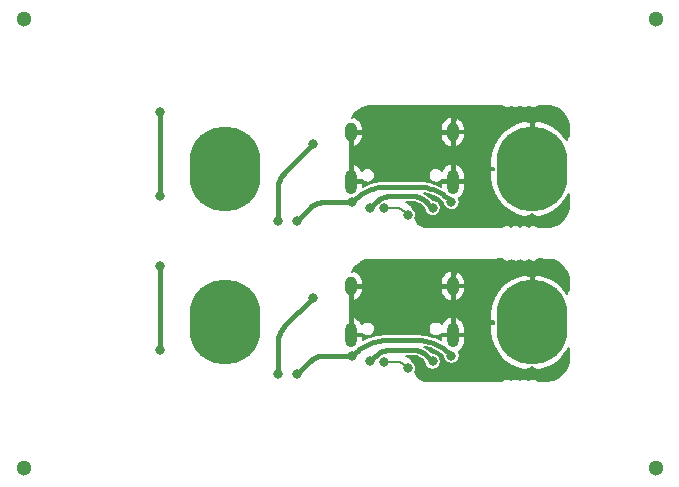
<source format=gbr>
G04 #@! TF.GenerationSoftware,KiCad,Pcbnew,(5.1.4)-1*
G04 #@! TF.CreationDate,2021-03-22T03:04:18-07:00*
G04 #@! TF.ProjectId,dboard,64626f61-7264-42e6-9b69-6361645f7063,rev?*
G04 #@! TF.SameCoordinates,Original*
G04 #@! TF.FileFunction,Copper,L2,Bot*
G04 #@! TF.FilePolarity,Positive*
%FSLAX46Y46*%
G04 Gerber Fmt 4.6, Leading zero omitted, Abs format (unit mm)*
G04 Created by KiCad (PCBNEW (5.1.4)-1) date 2021-03-22 03:04:18*
%MOMM*%
%LPD*%
G04 APERTURE LIST*
%ADD10C,1.300000*%
%ADD11O,1.000000X2.100000*%
%ADD12O,1.000000X1.600000*%
%ADD13C,0.800000*%
%ADD14O,6.000000X7.200000*%
%ADD15C,0.400000*%
%ADD16C,0.200000*%
G04 APERTURE END LIST*
D10*
X21500000Y-31000000D03*
X-32000000Y-31000000D03*
X21500000Y7000000D03*
X-32000000Y7000000D03*
D11*
X4320000Y-19780000D03*
X-4320000Y-19780000D03*
D12*
X4320000Y-15600000D03*
X-4320000Y-15600000D03*
D13*
X12626346Y-16623654D03*
X11000000Y-15800000D03*
X9373654Y-16623654D03*
X8700000Y-18700000D03*
X9373654Y-20776346D03*
X11000000Y-21600000D03*
X12626346Y-20776346D03*
X13300000Y-18700000D03*
D14*
X11000000Y-18700000D03*
D13*
X-13373654Y-16623654D03*
X-15000000Y-15800000D03*
X-16626346Y-16623654D03*
X-17300000Y-18700000D03*
X-16626346Y-20776346D03*
X-15000000Y-21600000D03*
X-13373654Y-20776346D03*
X-12700000Y-18700000D03*
D14*
X-15000000Y-18700000D03*
D13*
X9373654Y-7776346D03*
X11000000Y-8600000D03*
X12626346Y-7776346D03*
X13300000Y-5700000D03*
X12626346Y-3623654D03*
X11000000Y-2800000D03*
X9373654Y-3623654D03*
X8700000Y-5700000D03*
D14*
X11000000Y-5700000D03*
D13*
X-16626346Y-7776346D03*
X-15000000Y-8600000D03*
X-13373654Y-7776346D03*
X-12700000Y-5700000D03*
X-13373654Y-3623654D03*
X-15000000Y-2800000D03*
X-16626346Y-3623654D03*
X-17300000Y-5700000D03*
D14*
X-15000000Y-5700000D03*
D11*
X4320000Y-6780000D03*
X-4320000Y-6780000D03*
D12*
X4320000Y-2600000D03*
X-4320000Y-2600000D03*
D13*
X-7500000Y-3600000D03*
X-8900000Y-10100000D03*
X-10500000Y-10100000D03*
X-4200000Y-8500000D03*
X4200000Y-8500000D03*
X-20500000Y-8000000D03*
X-20500000Y-900000D03*
X-7500000Y-16600000D03*
X-20500000Y-13900000D03*
X4200000Y-21500000D03*
X-4200000Y-21500000D03*
X-8900000Y-23100000D03*
X-10500000Y-23100000D03*
X-20500000Y-21000000D03*
X2600000Y-9000000D03*
X-2700000Y-9000000D03*
X2600000Y-22000000D03*
X-2700000Y-22000000D03*
X-1501944Y-9011278D03*
X500000Y-9600000D03*
X500000Y-22600000D03*
X-1501944Y-22011278D03*
D15*
X-4031370Y-8331370D02*
X-4200000Y-8500000D01*
X-4031370Y-8331370D02*
X-3894057Y-8200638D01*
X-3894057Y-8200638D02*
X-3750496Y-8076801D01*
X-3750496Y-8076801D02*
X-3601031Y-7960157D01*
X-3601031Y-7960157D02*
X-3446023Y-7850988D01*
X-3446023Y-7850988D02*
X-3285845Y-7749556D01*
X-3285845Y-7749556D02*
X-3120883Y-7656107D01*
X-3120883Y-7656107D02*
X-2951534Y-7570863D01*
X-2951534Y-7570863D02*
X-2778206Y-7494033D01*
X-2778206Y-7494033D02*
X-2601318Y-7425799D01*
X-2601318Y-7425799D02*
X-2421294Y-7366327D01*
X-2421294Y-7366327D02*
X-2238569Y-7315760D01*
X-2238569Y-7315760D02*
X-2053583Y-7274220D01*
X-2053583Y-7274220D02*
X-1866781Y-7241807D01*
X-1866781Y-7241807D02*
X-1678614Y-7218599D01*
X-1678614Y-7218599D02*
X-1489535Y-7204652D01*
X-1489535Y-7204652D02*
X-1300000Y-7200000D01*
X4031370Y-8331370D02*
X4200000Y-8500000D01*
X4031370Y-8331370D02*
X3894057Y-8200638D01*
X3894057Y-8200638D02*
X3750496Y-8076801D01*
X3750496Y-8076801D02*
X3601031Y-7960157D01*
X3601031Y-7960157D02*
X3446023Y-7850988D01*
X3446023Y-7850988D02*
X3285845Y-7749556D01*
X3285845Y-7749556D02*
X3120883Y-7656107D01*
X3120883Y-7656107D02*
X2951534Y-7570863D01*
X2951534Y-7570863D02*
X2778206Y-7494033D01*
X2778206Y-7494033D02*
X2601318Y-7425799D01*
X2601318Y-7425799D02*
X2421294Y-7366327D01*
X2421294Y-7366327D02*
X2238569Y-7315760D01*
X2238569Y-7315760D02*
X2053583Y-7274220D01*
X2053583Y-7274220D02*
X1866781Y-7241807D01*
X1866781Y-7241807D02*
X1678614Y-7218599D01*
X1678614Y-7218599D02*
X1489535Y-7204652D01*
X1489535Y-7204652D02*
X1300000Y-7200000D01*
X1300000Y-7200000D02*
X-1300000Y-7200000D01*
X-7865685Y-9065685D02*
X-8900000Y-10100000D01*
X-7865685Y-9065685D02*
X-7797028Y-9000319D01*
X-7797028Y-9000319D02*
X-7725248Y-8938400D01*
X-7725248Y-8938400D02*
X-7650515Y-8880078D01*
X-7650515Y-8880078D02*
X-7573011Y-8825494D01*
X-7573011Y-8825494D02*
X-7492922Y-8774778D01*
X-7492922Y-8774778D02*
X-7410441Y-8728053D01*
X-7410441Y-8728053D02*
X-7325767Y-8685431D01*
X-7325767Y-8685431D02*
X-7239103Y-8647016D01*
X-7239103Y-8647016D02*
X-7150659Y-8612899D01*
X-7150659Y-8612899D02*
X-7060647Y-8583163D01*
X-7060647Y-8583163D02*
X-6969284Y-8557880D01*
X-6969284Y-8557880D02*
X-6876791Y-8537110D01*
X-6876791Y-8537110D02*
X-6783390Y-8520903D01*
X-6783390Y-8520903D02*
X-6689307Y-8509299D01*
X-6689307Y-8509299D02*
X-6594767Y-8502326D01*
X-6594767Y-8502326D02*
X-6500000Y-8500000D01*
X-6500000Y-8500000D02*
X-4200000Y-8500000D01*
X-9934314Y-6034314D02*
X-7500000Y-3600000D01*
X-9934314Y-6034314D02*
X-9999680Y-6102970D01*
X-9999680Y-6102970D02*
X-10061598Y-6174750D01*
X-10061598Y-6174750D02*
X-10119920Y-6249483D01*
X-10119920Y-6249483D02*
X-10174504Y-6326987D01*
X-10174504Y-6326987D02*
X-10225220Y-6407076D01*
X-10225220Y-6407076D02*
X-10271945Y-6489557D01*
X-10271945Y-6489557D02*
X-10314567Y-6574232D01*
X-10314567Y-6574232D02*
X-10352982Y-6660896D01*
X-10352982Y-6660896D02*
X-10387099Y-6749340D01*
X-10387099Y-6749340D02*
X-10416835Y-6839352D01*
X-10416835Y-6839352D02*
X-10442118Y-6930714D01*
X-10442118Y-6930714D02*
X-10462888Y-7023208D01*
X-10462888Y-7023208D02*
X-10479095Y-7116608D01*
X-10479095Y-7116608D02*
X-10490699Y-7210692D01*
X-10490699Y-7210692D02*
X-10497673Y-7305232D01*
X-10497673Y-7305232D02*
X-10500000Y-7400000D01*
X-10500000Y-7400000D02*
X-10500000Y-10100000D01*
X-20500000Y-8000000D02*
X-20500000Y-900000D01*
X-10490699Y-20210692D02*
X-10497673Y-20305232D01*
X-10174504Y-19326987D02*
X-10225220Y-19407076D01*
X-10497673Y-20305232D02*
X-10500000Y-20400000D01*
X-10442118Y-19930714D02*
X-10462888Y-20023208D01*
X-6969284Y-21557880D02*
X-6876791Y-21537110D01*
X-7150659Y-21612899D02*
X-7060647Y-21583163D01*
X-7797028Y-22000319D02*
X-7725248Y-21938400D01*
X-10225220Y-19407076D02*
X-10271945Y-19489557D01*
X-7410441Y-21728053D02*
X-7325767Y-21685431D01*
X-9934314Y-19034314D02*
X-9999680Y-19102970D01*
X-7325767Y-21685431D02*
X-7239103Y-21647016D01*
X-7650515Y-21880078D02*
X-7573011Y-21825494D01*
X-10314567Y-19574232D02*
X-10352982Y-19660896D01*
X-7573011Y-21825494D02*
X-7492922Y-21774778D01*
X-10500000Y-20400000D02*
X-10500000Y-23100000D01*
X-10119920Y-19249483D02*
X-10174504Y-19326987D01*
X-10416835Y-19839352D02*
X-10442118Y-19930714D01*
X-7239103Y-21647016D02*
X-7150659Y-21612899D01*
X-7060647Y-21583163D02*
X-6969284Y-21557880D01*
X-7865685Y-22065685D02*
X-8900000Y-23100000D01*
X-9934314Y-19034314D02*
X-7500000Y-16600000D01*
X-6500000Y-21500000D02*
X-4200000Y-21500000D01*
X-10352982Y-19660896D02*
X-10387099Y-19749340D01*
X-10061598Y-19174750D02*
X-10119920Y-19249483D01*
X-6689307Y-21509299D02*
X-6594767Y-21502326D01*
X-20500000Y-21000000D02*
X-20500000Y-13900000D01*
X-7725248Y-21938400D02*
X-7650515Y-21880078D01*
X-10479095Y-20116608D02*
X-10490699Y-20210692D01*
X-6876791Y-21537110D02*
X-6783390Y-21520903D01*
X-6783390Y-21520903D02*
X-6689307Y-21509299D01*
X-10462888Y-20023208D02*
X-10479095Y-20116608D01*
X-7865685Y-22065685D02*
X-7797028Y-22000319D01*
X-7492922Y-21774778D02*
X-7410441Y-21728053D01*
X-6594767Y-21502326D02*
X-6500000Y-21500000D01*
X-10387099Y-19749340D02*
X-10416835Y-19839352D01*
X-9999680Y-19102970D02*
X-10061598Y-19174750D01*
X-10271945Y-19489557D02*
X-10314567Y-19574232D01*
X1489535Y-20204652D02*
X1300000Y-20200000D01*
X-3750496Y-21076801D02*
X-3601031Y-20960157D01*
X-1678614Y-20218599D02*
X-1489535Y-20204652D01*
X2601318Y-20425799D02*
X2421294Y-20366327D01*
X3285845Y-20749556D02*
X3120883Y-20656107D01*
X4031370Y-21331370D02*
X3894057Y-21200638D01*
X-2053583Y-20274220D02*
X-1866781Y-20241807D01*
X-2951534Y-20570863D02*
X-2778206Y-20494033D01*
X1866781Y-20241807D02*
X1678614Y-20218599D01*
X-2601318Y-20425799D02*
X-2421294Y-20366327D01*
X2238569Y-20315760D02*
X2053583Y-20274220D01*
X-2238569Y-20315760D02*
X-2053583Y-20274220D01*
X4031370Y-21331370D02*
X4200000Y-21500000D01*
X-4031370Y-21331370D02*
X-4200000Y-21500000D01*
X3750496Y-21076801D02*
X3601031Y-20960157D01*
X3446023Y-20850988D02*
X3285845Y-20749556D01*
X-3446023Y-20850988D02*
X-3285845Y-20749556D01*
X-3285845Y-20749556D02*
X-3120883Y-20656107D01*
X-3120883Y-20656107D02*
X-2951534Y-20570863D01*
X-2421294Y-20366327D02*
X-2238569Y-20315760D01*
X3120883Y-20656107D02*
X2951534Y-20570863D01*
X-3894057Y-21200638D02*
X-3750496Y-21076801D01*
X-1489535Y-20204652D02*
X-1300000Y-20200000D01*
X3894057Y-21200638D02*
X3750496Y-21076801D01*
X2951534Y-20570863D02*
X2778206Y-20494033D01*
X-4031370Y-21331370D02*
X-3894057Y-21200638D01*
X3601031Y-20960157D02*
X3446023Y-20850988D01*
X-3601031Y-20960157D02*
X-3446023Y-20850988D01*
X2778206Y-20494033D02*
X2601318Y-20425799D01*
X2421294Y-20366327D02*
X2238569Y-20315760D01*
X2053583Y-20274220D02*
X1866781Y-20241807D01*
X1678614Y-20218599D02*
X1489535Y-20204652D01*
X1300000Y-20200000D02*
X-1300000Y-20200000D01*
X-2778206Y-20494033D02*
X-2601318Y-20425799D01*
X-1866781Y-20241807D02*
X-1678614Y-20218599D01*
X4320000Y-6780000D02*
X4320000Y-2600000D01*
X-4320000Y-2600000D02*
X-4320000Y-6780000D01*
X-4320000Y-2600000D02*
X4320000Y-2600000D01*
X4320000Y-1800000D02*
X4320000Y-2600000D01*
X4320000Y-1800000D02*
X4323852Y-1721586D01*
X4323852Y-1721586D02*
X4335371Y-1643927D01*
X4335371Y-1643927D02*
X4354447Y-1567772D01*
X4354447Y-1567772D02*
X4380896Y-1493853D01*
X4380896Y-1493853D02*
X4414462Y-1422882D01*
X4414462Y-1422882D02*
X4454824Y-1355543D01*
X4454824Y-1355543D02*
X4501591Y-1292485D01*
X4501591Y-1292485D02*
X4554314Y-1234314D01*
X4554314Y-1234314D02*
X4612485Y-1181591D01*
X4612485Y-1181591D02*
X4675543Y-1134824D01*
X4675543Y-1134824D02*
X4742882Y-1094462D01*
X4742882Y-1094462D02*
X4813853Y-1060896D01*
X4813853Y-1060896D02*
X4887772Y-1034447D01*
X4887772Y-1034447D02*
X4963927Y-1015371D01*
X4963927Y-1015371D02*
X5041586Y-1003852D01*
X5041586Y-1003852D02*
X5120000Y-1000000D01*
X11000000Y-1800000D02*
X11000000Y-5500000D01*
X11000000Y-1800000D02*
X10996147Y-1721586D01*
X10996147Y-1721586D02*
X10984628Y-1643927D01*
X10984628Y-1643927D02*
X10965552Y-1567772D01*
X10965552Y-1567772D02*
X10939103Y-1493853D01*
X10939103Y-1493853D02*
X10905537Y-1422882D01*
X10905537Y-1422882D02*
X10865175Y-1355543D01*
X10865175Y-1355543D02*
X10818408Y-1292485D01*
X10818408Y-1292485D02*
X10765685Y-1234314D01*
X10765685Y-1234314D02*
X10707514Y-1181591D01*
X10707514Y-1181591D02*
X10644456Y-1134824D01*
X10644456Y-1134824D02*
X10577117Y-1094462D01*
X10577117Y-1094462D02*
X10506146Y-1060896D01*
X10506146Y-1060896D02*
X10432227Y-1034447D01*
X10432227Y-1034447D02*
X10356072Y-1015371D01*
X10356072Y-1015371D02*
X10278413Y-1003852D01*
X10278413Y-1003852D02*
X10200000Y-1000000D01*
X10200000Y-1000000D02*
X5120000Y-1000000D01*
X-4320000Y-15600000D02*
X4320000Y-15600000D01*
X4454824Y-14355543D02*
X4501591Y-14292485D01*
X4320000Y-19780000D02*
X4320000Y-15600000D01*
X4320000Y-14800000D02*
X4320000Y-15600000D01*
X-4320000Y-15600000D02*
X-4320000Y-19780000D01*
X4320000Y-14800000D02*
X4323852Y-14721586D01*
X4323852Y-14721586D02*
X4335371Y-14643927D01*
X4354447Y-14567772D02*
X4380896Y-14493853D01*
X4380896Y-14493853D02*
X4414462Y-14422882D01*
X4554314Y-14234314D02*
X4612485Y-14181591D01*
X4612485Y-14181591D02*
X4675543Y-14134824D01*
X4675543Y-14134824D02*
X4742882Y-14094462D01*
X4813853Y-14060896D02*
X4887772Y-14034447D01*
X4335371Y-14643927D02*
X4354447Y-14567772D01*
X4414462Y-14422882D02*
X4454824Y-14355543D01*
X4742882Y-14094462D02*
X4813853Y-14060896D01*
X4501591Y-14292485D02*
X4554314Y-14234314D01*
X4887772Y-14034447D02*
X4963927Y-14015371D01*
X4963927Y-14015371D02*
X5041586Y-14003852D01*
X5041586Y-14003852D02*
X5120000Y-14000000D01*
X11000000Y-14800000D02*
X11000000Y-18500000D01*
X10356072Y-14015371D02*
X10278413Y-14003852D01*
X11000000Y-14800000D02*
X10996147Y-14721586D01*
X10200000Y-14000000D02*
X5120000Y-14000000D01*
X10939103Y-14493853D02*
X10905537Y-14422882D01*
X10818408Y-14292485D02*
X10765685Y-14234314D01*
X10577117Y-14094462D02*
X10506146Y-14060896D01*
X10965552Y-14567772D02*
X10939103Y-14493853D01*
X10996147Y-14721586D02*
X10984628Y-14643927D01*
X10984628Y-14643927D02*
X10965552Y-14567772D01*
X10865175Y-14355543D02*
X10818408Y-14292485D01*
X10506146Y-14060896D02*
X10432227Y-14034447D01*
X10765685Y-14234314D02*
X10707514Y-14181591D01*
X10644456Y-14134824D02*
X10577117Y-14094462D01*
X10432227Y-14034447D02*
X10356072Y-14015371D01*
X10905537Y-14422882D02*
X10865175Y-14355543D01*
X10707514Y-14181591D02*
X10644456Y-14134824D01*
X10278413Y-14003852D02*
X10200000Y-14000000D01*
X-2265685Y-8565685D02*
X-2700000Y-9000000D01*
X-2265685Y-8565685D02*
X-2197028Y-8500319D01*
X-2197028Y-8500319D02*
X-2125248Y-8438400D01*
X-2125248Y-8438400D02*
X-2050515Y-8380078D01*
X-2050515Y-8380078D02*
X-1973011Y-8325494D01*
X-1973011Y-8325494D02*
X-1892922Y-8274778D01*
X-1892922Y-8274778D02*
X-1810441Y-8228053D01*
X-1810441Y-8228053D02*
X-1725767Y-8185431D01*
X-1725767Y-8185431D02*
X-1639103Y-8147016D01*
X-1639103Y-8147016D02*
X-1550659Y-8112899D01*
X-1550659Y-8112899D02*
X-1460647Y-8083163D01*
X-1460647Y-8083163D02*
X-1369284Y-8057880D01*
X-1369284Y-8057880D02*
X-1276791Y-8037110D01*
X-1276791Y-8037110D02*
X-1183390Y-8020903D01*
X-1183390Y-8020903D02*
X-1089307Y-8009299D01*
X-1089307Y-8009299D02*
X-994767Y-8002326D01*
X-994767Y-8002326D02*
X-900000Y-8000000D01*
X2165685Y-8565685D02*
X2600000Y-9000000D01*
X2165685Y-8565685D02*
X2097028Y-8500319D01*
X2097028Y-8500319D02*
X2025248Y-8438400D01*
X2025248Y-8438400D02*
X1950515Y-8380078D01*
X1950515Y-8380078D02*
X1873011Y-8325494D01*
X1873011Y-8325494D02*
X1792922Y-8274778D01*
X1792922Y-8274778D02*
X1710441Y-8228053D01*
X1710441Y-8228053D02*
X1625767Y-8185431D01*
X1625767Y-8185431D02*
X1539103Y-8147016D01*
X1539103Y-8147016D02*
X1450659Y-8112899D01*
X1450659Y-8112899D02*
X1360647Y-8083163D01*
X1360647Y-8083163D02*
X1269284Y-8057880D01*
X1269284Y-8057880D02*
X1176791Y-8037110D01*
X1176791Y-8037110D02*
X1083390Y-8020903D01*
X1083390Y-8020903D02*
X989307Y-8009299D01*
X989307Y-8009299D02*
X894767Y-8002326D01*
X894767Y-8002326D02*
X800000Y-8000000D01*
X800000Y-8000000D02*
X-900000Y-8000000D01*
X800000Y-21000000D02*
X-900000Y-21000000D01*
X1950515Y-21380078D02*
X1873011Y-21325494D01*
X1792922Y-21274778D02*
X1710441Y-21228053D01*
X-1639103Y-21147016D02*
X-1550659Y-21112899D01*
X2165685Y-21565685D02*
X2097028Y-21500319D01*
X-2197028Y-21500319D02*
X-2125248Y-21438400D01*
X-2125248Y-21438400D02*
X-2050515Y-21380078D01*
X-1183390Y-21020903D02*
X-1089307Y-21009299D01*
X2097028Y-21500319D02*
X2025248Y-21438400D01*
X1710441Y-21228053D02*
X1625767Y-21185431D01*
X1539103Y-21147016D02*
X1450659Y-21112899D01*
X-1973011Y-21325494D02*
X-1892922Y-21274778D01*
X-1892922Y-21274778D02*
X-1810441Y-21228053D01*
X-1369284Y-21057880D02*
X-1276791Y-21037110D01*
X-1276791Y-21037110D02*
X-1183390Y-21020903D01*
X-1810441Y-21228053D02*
X-1725767Y-21185431D01*
X-1725767Y-21185431D02*
X-1639103Y-21147016D01*
X-1550659Y-21112899D02*
X-1460647Y-21083163D01*
X-1460647Y-21083163D02*
X-1369284Y-21057880D01*
X-1089307Y-21009299D02*
X-994767Y-21002326D01*
X-2265685Y-21565685D02*
X-2197028Y-21500319D01*
X-994767Y-21002326D02*
X-900000Y-21000000D01*
X1873011Y-21325494D02*
X1792922Y-21274778D01*
X1450659Y-21112899D02*
X1360647Y-21083163D01*
X1360647Y-21083163D02*
X1269284Y-21057880D01*
X1269284Y-21057880D02*
X1176791Y-21037110D01*
X-2265685Y-21565685D02*
X-2700000Y-22000000D01*
X1625767Y-21185431D02*
X1539103Y-21147016D01*
X1176791Y-21037110D02*
X1083390Y-21020903D01*
X1083390Y-21020903D02*
X989307Y-21009299D01*
X2165685Y-21565685D02*
X2600000Y-22000000D01*
X989307Y-21009299D02*
X894767Y-21002326D01*
X-2050515Y-21380078D02*
X-1973011Y-21325494D01*
X2025248Y-21438400D02*
X1950515Y-21380078D01*
X894767Y-21002326D02*
X800000Y-21000000D01*
D16*
X-488722Y-9011278D02*
X-1501944Y-9011278D01*
X-488722Y-9011278D02*
X-441338Y-9012441D01*
X-441338Y-9012441D02*
X-394068Y-9015928D01*
X-394068Y-9015928D02*
X-347026Y-9021730D01*
X-347026Y-9021730D02*
X-300326Y-9029833D01*
X-300326Y-9029833D02*
X-254079Y-9040218D01*
X-254079Y-9040218D02*
X-208398Y-9052860D01*
X-208398Y-9052860D02*
X-163392Y-9067727D01*
X-163392Y-9067727D02*
X-119170Y-9084786D01*
X-119170Y-9084786D02*
X-75838Y-9103994D01*
X-75838Y-9103994D02*
X-33501Y-9125304D01*
X-33501Y-9125304D02*
X7738Y-9148667D01*
X7738Y-9148667D02*
X47783Y-9174025D01*
X47783Y-9174025D02*
X86535Y-9201317D01*
X86535Y-9201317D02*
X123901Y-9230478D01*
X123901Y-9230478D02*
X159791Y-9261437D01*
X159791Y-9261437D02*
X194120Y-9294120D01*
X194120Y-9294120D02*
X500000Y-9600000D01*
X47783Y-22174025D02*
X86535Y-22201317D01*
X86535Y-22201317D02*
X123901Y-22230478D01*
X-75838Y-22103994D02*
X-33501Y-22125304D01*
X123901Y-22230478D02*
X159791Y-22261437D01*
X194120Y-22294120D02*
X500000Y-22600000D01*
X-119170Y-22084786D02*
X-75838Y-22103994D01*
X159791Y-22261437D02*
X194120Y-22294120D01*
X-33501Y-22125304D02*
X7738Y-22148667D01*
X7738Y-22148667D02*
X47783Y-22174025D01*
X-441338Y-22012441D02*
X-394068Y-22015928D01*
X-394068Y-22015928D02*
X-347026Y-22021730D01*
X-347026Y-22021730D02*
X-300326Y-22029833D01*
X-300326Y-22029833D02*
X-254079Y-22040218D01*
X-254079Y-22040218D02*
X-208398Y-22052860D01*
X-208398Y-22052860D02*
X-163392Y-22067727D01*
X-163392Y-22067727D02*
X-119170Y-22084786D01*
X-488722Y-22011278D02*
X-1501944Y-22011278D01*
X-488722Y-22011278D02*
X-441338Y-22012441D01*
G36*
X8447787Y-350604D02*
G01*
X8524396Y-427213D01*
X8614477Y-487403D01*
X8714571Y-528864D01*
X8820830Y-550000D01*
X8929170Y-550000D01*
X9035429Y-528864D01*
X9135523Y-487403D01*
X9225604Y-427213D01*
X9250000Y-402817D01*
X9274396Y-427213D01*
X9364477Y-487403D01*
X9464571Y-528864D01*
X9570830Y-550000D01*
X9679170Y-550000D01*
X9785429Y-528864D01*
X9885523Y-487403D01*
X9975604Y-427213D01*
X10000000Y-402817D01*
X10024396Y-427213D01*
X10114477Y-487403D01*
X10214571Y-528864D01*
X10320830Y-550000D01*
X10429170Y-550000D01*
X10535429Y-528864D01*
X10635523Y-487403D01*
X10725604Y-427213D01*
X10750000Y-402817D01*
X10774396Y-427213D01*
X10864477Y-487403D01*
X10964571Y-528864D01*
X11070830Y-550000D01*
X11179170Y-550000D01*
X11285429Y-528864D01*
X11385523Y-487403D01*
X11475604Y-427213D01*
X11552213Y-350604D01*
X11552617Y-350000D01*
X11861961Y-350000D01*
X11926487Y-369574D01*
X11981581Y-375000D01*
X12518419Y-375000D01*
X12536869Y-373183D01*
X12785223Y-427210D01*
X13039181Y-521931D01*
X13277080Y-651834D01*
X13494065Y-814267D01*
X13685733Y-1005935D01*
X13848166Y-1222920D01*
X13978069Y-1460819D01*
X14072790Y-1714777D01*
X14126818Y-1963134D01*
X14125001Y-1981581D01*
X14125000Y-2518418D01*
X14130426Y-2573512D01*
X14150000Y-2638038D01*
X14150000Y-2947383D01*
X14149396Y-2947787D01*
X14072787Y-3024396D01*
X14012597Y-3114477D01*
X13971136Y-3214571D01*
X13962044Y-3260280D01*
X13854587Y-3072357D01*
X13404163Y-2554415D01*
X12861349Y-2134299D01*
X12247004Y-1828153D01*
X11646066Y-1660146D01*
X11100000Y-1726482D01*
X11100000Y-1902345D01*
X10935364Y-1897957D01*
X10900000Y-1904017D01*
X10900000Y-1726482D01*
X10353934Y-1660146D01*
X9752996Y-1828153D01*
X9138651Y-2134299D01*
X8595837Y-2554415D01*
X8145413Y-3072357D01*
X7804690Y-3668220D01*
X7586761Y-4319105D01*
X7500000Y-5000000D01*
X7500000Y-5600000D01*
X7802345Y-5600000D01*
X7797957Y-5764636D01*
X7804017Y-5800000D01*
X7500000Y-5800000D01*
X7500000Y-6400000D01*
X7586761Y-7080895D01*
X7804690Y-7731780D01*
X8145413Y-8327643D01*
X8595837Y-8845585D01*
X9138651Y-9265701D01*
X9752996Y-9571847D01*
X10353934Y-9739854D01*
X10900000Y-9673518D01*
X10900000Y-9497655D01*
X11064636Y-9502043D01*
X11100000Y-9495983D01*
X11100000Y-9673518D01*
X11646066Y-9739854D01*
X12247004Y-9571847D01*
X12861349Y-9265701D01*
X13404163Y-8845585D01*
X13854587Y-8327643D01*
X14125001Y-7854739D01*
X14125001Y-8981652D01*
X14113654Y-9097379D01*
X14072790Y-9285223D01*
X13978069Y-9539181D01*
X13848166Y-9777080D01*
X13685733Y-9994065D01*
X13494065Y-10185733D01*
X13277080Y-10348166D01*
X13039181Y-10478069D01*
X12785223Y-10572790D01*
X12593253Y-10614551D01*
X12493841Y-10625000D01*
X11981581Y-10625000D01*
X11926487Y-10630426D01*
X11861961Y-10650000D01*
X11552617Y-10650000D01*
X11552213Y-10649396D01*
X11475604Y-10572787D01*
X11385523Y-10512597D01*
X11285429Y-10471136D01*
X11179170Y-10450000D01*
X11070830Y-10450000D01*
X10964571Y-10471136D01*
X10864477Y-10512597D01*
X10774396Y-10572787D01*
X10750000Y-10597183D01*
X10725604Y-10572787D01*
X10635523Y-10512597D01*
X10535429Y-10471136D01*
X10429170Y-10450000D01*
X10320830Y-10450000D01*
X10214571Y-10471136D01*
X10114477Y-10512597D01*
X10024396Y-10572787D01*
X10000000Y-10597183D01*
X9975604Y-10572787D01*
X9885523Y-10512597D01*
X9785429Y-10471136D01*
X9679170Y-10450000D01*
X9570830Y-10450000D01*
X9464571Y-10471136D01*
X9364477Y-10512597D01*
X9274396Y-10572787D01*
X9250000Y-10597183D01*
X9225604Y-10572787D01*
X9135523Y-10512597D01*
X9035429Y-10471136D01*
X8929170Y-10450000D01*
X8820830Y-10450000D01*
X8714571Y-10471136D01*
X8614477Y-10512597D01*
X8524396Y-10572787D01*
X8447787Y-10649396D01*
X8447383Y-10650000D01*
X8138039Y-10650000D01*
X8073513Y-10630426D01*
X8018419Y-10625000D01*
X1909203Y-10625000D01*
X1732934Y-10571529D01*
X1555808Y-10476853D01*
X1400558Y-10349442D01*
X1273147Y-10194192D01*
X1178471Y-10017066D01*
X1138922Y-9886692D01*
X1173099Y-9804182D01*
X1200000Y-9668944D01*
X1200000Y-9531056D01*
X1173099Y-9395818D01*
X1120332Y-9268426D01*
X1043726Y-9153776D01*
X962671Y-9072721D01*
X898595Y-8952843D01*
X887704Y-8936544D01*
X747796Y-8766066D01*
X733934Y-8752204D01*
X563456Y-8612296D01*
X547157Y-8601405D01*
X357441Y-8500000D01*
X793892Y-8500000D01*
X870237Y-8501874D01*
X940288Y-8507041D01*
X1010008Y-8515641D01*
X1079225Y-8527651D01*
X1147760Y-8543042D01*
X1215474Y-8561781D01*
X1282168Y-8583814D01*
X1347698Y-8609092D01*
X1411918Y-8637558D01*
X1474683Y-8669152D01*
X1535790Y-8703769D01*
X1595144Y-8741355D01*
X1652584Y-8781808D01*
X1707951Y-8825017D01*
X1761154Y-8870911D01*
X1816485Y-8923590D01*
X1900000Y-9007105D01*
X1900000Y-9068944D01*
X1926901Y-9204182D01*
X1979668Y-9331574D01*
X2056274Y-9446224D01*
X2153776Y-9543726D01*
X2268426Y-9620332D01*
X2395818Y-9673099D01*
X2531056Y-9700000D01*
X2668944Y-9700000D01*
X2804182Y-9673099D01*
X2931574Y-9620332D01*
X3046224Y-9543726D01*
X3143726Y-9446224D01*
X3220332Y-9331574D01*
X3273099Y-9204182D01*
X3300000Y-9068944D01*
X3300000Y-8931056D01*
X3273099Y-8795818D01*
X3220332Y-8668426D01*
X3143726Y-8553776D01*
X3046224Y-8456274D01*
X2931574Y-8379668D01*
X2804182Y-8326901D01*
X2668944Y-8300000D01*
X2607105Y-8300000D01*
X2532264Y-8225158D01*
X2528240Y-8220494D01*
X2514870Y-8207765D01*
X2501871Y-8194766D01*
X2497128Y-8190874D01*
X2450680Y-8146652D01*
X2442214Y-8137760D01*
X2432910Y-8129734D01*
X2424008Y-8121259D01*
X2414323Y-8113701D01*
X2361123Y-8067810D01*
X2352224Y-8059337D01*
X2342542Y-8051781D01*
X2333240Y-8043757D01*
X2323193Y-8036681D01*
X2267800Y-7993452D01*
X2258497Y-7985427D01*
X2248453Y-7978353D01*
X2238768Y-7970795D01*
X2228387Y-7964221D01*
X2170936Y-7923760D01*
X2161259Y-7916208D01*
X2150890Y-7909642D01*
X2140833Y-7902559D01*
X2130131Y-7896497D01*
X2070789Y-7858918D01*
X2060740Y-7851841D01*
X2050046Y-7845783D01*
X2039671Y-7839213D01*
X2028703Y-7833692D01*
X1967569Y-7799060D01*
X1957186Y-7792485D01*
X1946206Y-7786958D01*
X1935521Y-7780905D01*
X1924297Y-7775930D01*
X1873753Y-7750487D01*
X1956018Y-7764762D01*
X2117046Y-7800922D01*
X2276120Y-7844944D01*
X2432833Y-7896716D01*
X2586807Y-7956111D01*
X2737694Y-8022994D01*
X2885123Y-8097204D01*
X3028715Y-8178548D01*
X3168143Y-8266839D01*
X3303089Y-8361879D01*
X3433199Y-8463418D01*
X3500000Y-8521041D01*
X3500000Y-8568944D01*
X3526901Y-8704182D01*
X3579668Y-8831574D01*
X3656274Y-8946224D01*
X3753776Y-9043726D01*
X3868426Y-9120332D01*
X3995818Y-9173099D01*
X4131056Y-9200000D01*
X4268944Y-9200000D01*
X4404182Y-9173099D01*
X4531574Y-9120332D01*
X4646224Y-9043726D01*
X4743726Y-8946224D01*
X4820332Y-8831574D01*
X4873099Y-8704182D01*
X4900000Y-8568944D01*
X4900000Y-8431056D01*
X4873099Y-8295818D01*
X4830075Y-8191949D01*
X4956396Y-8107817D01*
X5095912Y-7968717D01*
X5205611Y-7805071D01*
X5281276Y-7623169D01*
X5320000Y-7430000D01*
X5320000Y-6880000D01*
X4420000Y-6880000D01*
X4420000Y-6900000D01*
X4220000Y-6900000D01*
X4220000Y-6880000D01*
X3320000Y-6880000D01*
X3320000Y-7196565D01*
X3187307Y-7129773D01*
X3176605Y-7123710D01*
X3165363Y-7118727D01*
X3154403Y-7113210D01*
X3142950Y-7108792D01*
X2992038Y-7041898D01*
X2981069Y-7036377D01*
X2969608Y-7031956D01*
X2958371Y-7026975D01*
X2946705Y-7023121D01*
X2792722Y-6963723D01*
X2781479Y-6958739D01*
X2769802Y-6954882D01*
X2758353Y-6950465D01*
X2746524Y-6947192D01*
X2589778Y-6895410D01*
X2578321Y-6890990D01*
X2566484Y-6887714D01*
X2554814Y-6883859D01*
X2542824Y-6881167D01*
X2383744Y-6837143D01*
X2372083Y-6833291D01*
X2360103Y-6830601D01*
X2348255Y-6827322D01*
X2336145Y-6825221D01*
X2175102Y-6789057D01*
X2163261Y-6785780D01*
X2151157Y-6783680D01*
X2139170Y-6780988D01*
X2126976Y-6779484D01*
X1964352Y-6751267D01*
X1952361Y-6748574D01*
X1940160Y-6747069D01*
X1928062Y-6744970D01*
X1915817Y-6744067D01*
X1751988Y-6723860D01*
X1739889Y-6721761D01*
X1727643Y-6720858D01*
X1715443Y-6719353D01*
X1703154Y-6719051D01*
X1538550Y-6706910D01*
X1526355Y-6705406D01*
X1514072Y-6705104D01*
X1501823Y-6704201D01*
X1489544Y-6704502D01*
X1330678Y-6700603D01*
X1324560Y-6700000D01*
X1306129Y-6700000D01*
X1287716Y-6699548D01*
X1281590Y-6700000D01*
X-1281590Y-6700000D01*
X-1287716Y-6699548D01*
X-1306129Y-6700000D01*
X-1324560Y-6700000D01*
X-1330678Y-6700603D01*
X-1489527Y-6704502D01*
X-1501823Y-6704200D01*
X-1514090Y-6705105D01*
X-1526356Y-6705406D01*
X-1538535Y-6706908D01*
X-1703156Y-6719051D01*
X-1715444Y-6719353D01*
X-1727646Y-6720858D01*
X-1739888Y-6721761D01*
X-1751983Y-6723860D01*
X-1915815Y-6744066D01*
X-1928064Y-6744970D01*
X-1940166Y-6747070D01*
X-1952361Y-6748574D01*
X-1964350Y-6751266D01*
X-2126975Y-6779484D01*
X-2139171Y-6780988D01*
X-2151161Y-6783680D01*
X-2163261Y-6785780D01*
X-2175099Y-6789056D01*
X-2336138Y-6825219D01*
X-2348256Y-6827322D01*
X-2360111Y-6830603D01*
X-2372082Y-6833291D01*
X-2383733Y-6837140D01*
X-2542820Y-6881166D01*
X-2554815Y-6883859D01*
X-2566489Y-6887716D01*
X-2578321Y-6890990D01*
X-2589776Y-6895409D01*
X-2746504Y-6947186D01*
X-2758354Y-6950465D01*
X-2769826Y-6954890D01*
X-2781479Y-6958740D01*
X-2792699Y-6963714D01*
X-2946705Y-7023121D01*
X-2958371Y-7026975D01*
X-2969608Y-7031956D01*
X-2981069Y-7036377D01*
X-2992038Y-7041898D01*
X-3142944Y-7108789D01*
X-3154404Y-7113210D01*
X-3165371Y-7118730D01*
X-3176605Y-7123710D01*
X-3187299Y-7129768D01*
X-3320000Y-7196565D01*
X-3320000Y-6880000D01*
X-4220000Y-6880000D01*
X-4220000Y-6900000D01*
X-4352207Y-6900000D01*
X-4380409Y-6770358D01*
X-4400000Y-6496431D01*
X-4400000Y-5360733D01*
X-4220000Y-5360733D01*
X-4220000Y-6680000D01*
X-3343883Y-6680000D01*
X-3288414Y-6735469D01*
X-3186048Y-6803868D01*
X-3072306Y-6850981D01*
X-2951557Y-6875000D01*
X-2828443Y-6875000D01*
X-2707694Y-6850981D01*
X-2593952Y-6803868D01*
X-2491586Y-6735469D01*
X-2404531Y-6648414D01*
X-2336132Y-6546048D01*
X-2289019Y-6432306D01*
X-2265000Y-6311557D01*
X-2265000Y-6188443D01*
X2265000Y-6188443D01*
X2265000Y-6311557D01*
X2289019Y-6432306D01*
X2336132Y-6546048D01*
X2404531Y-6648414D01*
X2491586Y-6735469D01*
X2593952Y-6803868D01*
X2707694Y-6850981D01*
X2828443Y-6875000D01*
X2951557Y-6875000D01*
X3072306Y-6850981D01*
X3186048Y-6803868D01*
X3288414Y-6735469D01*
X3343883Y-6680000D01*
X4220000Y-6680000D01*
X4220000Y-5360733D01*
X4420000Y-5360733D01*
X4420000Y-6680000D01*
X5320000Y-6680000D01*
X5320000Y-6130000D01*
X5281276Y-5936831D01*
X5205611Y-5754929D01*
X5095912Y-5591283D01*
X4956396Y-5452183D01*
X4792423Y-5342974D01*
X4610295Y-5267853D01*
X4574419Y-5262906D01*
X4420000Y-5360733D01*
X4220000Y-5360733D01*
X4065581Y-5262906D01*
X4029705Y-5267853D01*
X3847577Y-5342974D01*
X3683604Y-5452183D01*
X3544088Y-5591283D01*
X3434389Y-5754929D01*
X3387003Y-5868848D01*
X3375469Y-5851586D01*
X3288414Y-5764531D01*
X3186048Y-5696132D01*
X3072306Y-5649019D01*
X2951557Y-5625000D01*
X2828443Y-5625000D01*
X2707694Y-5649019D01*
X2593952Y-5696132D01*
X2491586Y-5764531D01*
X2404531Y-5851586D01*
X2336132Y-5953952D01*
X2289019Y-6067694D01*
X2265000Y-6188443D01*
X-2265000Y-6188443D01*
X-2289019Y-6067694D01*
X-2336132Y-5953952D01*
X-2404531Y-5851586D01*
X-2491586Y-5764531D01*
X-2593952Y-5696132D01*
X-2707694Y-5649019D01*
X-2828443Y-5625000D01*
X-2951557Y-5625000D01*
X-3072306Y-5649019D01*
X-3186048Y-5696132D01*
X-3288414Y-5764531D01*
X-3375469Y-5851586D01*
X-3387003Y-5868848D01*
X-3434389Y-5754929D01*
X-3544088Y-5591283D01*
X-3683604Y-5452183D01*
X-3847577Y-5342974D01*
X-4029705Y-5267853D01*
X-4065581Y-5262906D01*
X-4220000Y-5360733D01*
X-4400000Y-5360733D01*
X-4400000Y-2700000D01*
X-4220000Y-2700000D01*
X-4220000Y-3769267D01*
X-4065581Y-3867094D01*
X-4029705Y-3862147D01*
X-3847577Y-3787026D01*
X-3683604Y-3677817D01*
X-3544088Y-3538717D01*
X-3434389Y-3375071D01*
X-3358724Y-3193169D01*
X-3320000Y-3000000D01*
X-3320000Y-2700000D01*
X3320000Y-2700000D01*
X3320000Y-3000000D01*
X3358724Y-3193169D01*
X3434389Y-3375071D01*
X3544088Y-3538717D01*
X3683604Y-3677817D01*
X3847577Y-3787026D01*
X4029705Y-3862147D01*
X4065581Y-3867094D01*
X4220000Y-3769267D01*
X4220000Y-2700000D01*
X4420000Y-2700000D01*
X4420000Y-3769267D01*
X4574419Y-3867094D01*
X4610295Y-3862147D01*
X4792423Y-3787026D01*
X4956396Y-3677817D01*
X5095912Y-3538717D01*
X5205611Y-3375071D01*
X5281276Y-3193169D01*
X5320000Y-3000000D01*
X5320000Y-2700000D01*
X4420000Y-2700000D01*
X4220000Y-2700000D01*
X3320000Y-2700000D01*
X-3320000Y-2700000D01*
X-4220000Y-2700000D01*
X-4400000Y-2700000D01*
X-4400000Y-2480000D01*
X-4220000Y-2480000D01*
X-4220000Y-2500000D01*
X-3320000Y-2500000D01*
X-3320000Y-2200000D01*
X3320000Y-2200000D01*
X3320000Y-2500000D01*
X4220000Y-2500000D01*
X4220000Y-1430733D01*
X4420000Y-1430733D01*
X4420000Y-2500000D01*
X5320000Y-2500000D01*
X5320000Y-2200000D01*
X5281276Y-2006831D01*
X5205611Y-1824929D01*
X5095912Y-1661283D01*
X4956396Y-1522183D01*
X4792423Y-1412974D01*
X4610295Y-1337853D01*
X4574419Y-1332906D01*
X4420000Y-1430733D01*
X4220000Y-1430733D01*
X4065581Y-1332906D01*
X4029705Y-1337853D01*
X3847577Y-1412974D01*
X3683604Y-1522183D01*
X3544088Y-1661283D01*
X3434389Y-1824929D01*
X3358724Y-2006831D01*
X3320000Y-2200000D01*
X-3320000Y-2200000D01*
X-3358724Y-2006831D01*
X-3434389Y-1824929D01*
X-3544088Y-1661283D01*
X-3683604Y-1522183D01*
X-3847577Y-1412974D01*
X-4029705Y-1337853D01*
X-4065581Y-1332906D01*
X-4207220Y-1422636D01*
X-4098166Y-1222920D01*
X-3935733Y-1005935D01*
X-3744065Y-814267D01*
X-3527080Y-651834D01*
X-3289181Y-521931D01*
X-3035223Y-427210D01*
X-2795222Y-375000D01*
X8018419Y-375000D01*
X8073513Y-369574D01*
X8138039Y-350000D01*
X8447383Y-350000D01*
X8447787Y-350604D01*
X8447787Y-350604D01*
G37*
X8447787Y-350604D02*
X8524396Y-427213D01*
X8614477Y-487403D01*
X8714571Y-528864D01*
X8820830Y-550000D01*
X8929170Y-550000D01*
X9035429Y-528864D01*
X9135523Y-487403D01*
X9225604Y-427213D01*
X9250000Y-402817D01*
X9274396Y-427213D01*
X9364477Y-487403D01*
X9464571Y-528864D01*
X9570830Y-550000D01*
X9679170Y-550000D01*
X9785429Y-528864D01*
X9885523Y-487403D01*
X9975604Y-427213D01*
X10000000Y-402817D01*
X10024396Y-427213D01*
X10114477Y-487403D01*
X10214571Y-528864D01*
X10320830Y-550000D01*
X10429170Y-550000D01*
X10535429Y-528864D01*
X10635523Y-487403D01*
X10725604Y-427213D01*
X10750000Y-402817D01*
X10774396Y-427213D01*
X10864477Y-487403D01*
X10964571Y-528864D01*
X11070830Y-550000D01*
X11179170Y-550000D01*
X11285429Y-528864D01*
X11385523Y-487403D01*
X11475604Y-427213D01*
X11552213Y-350604D01*
X11552617Y-350000D01*
X11861961Y-350000D01*
X11926487Y-369574D01*
X11981581Y-375000D01*
X12518419Y-375000D01*
X12536869Y-373183D01*
X12785223Y-427210D01*
X13039181Y-521931D01*
X13277080Y-651834D01*
X13494065Y-814267D01*
X13685733Y-1005935D01*
X13848166Y-1222920D01*
X13978069Y-1460819D01*
X14072790Y-1714777D01*
X14126818Y-1963134D01*
X14125001Y-1981581D01*
X14125000Y-2518418D01*
X14130426Y-2573512D01*
X14150000Y-2638038D01*
X14150000Y-2947383D01*
X14149396Y-2947787D01*
X14072787Y-3024396D01*
X14012597Y-3114477D01*
X13971136Y-3214571D01*
X13962044Y-3260280D01*
X13854587Y-3072357D01*
X13404163Y-2554415D01*
X12861349Y-2134299D01*
X12247004Y-1828153D01*
X11646066Y-1660146D01*
X11100000Y-1726482D01*
X11100000Y-1902345D01*
X10935364Y-1897957D01*
X10900000Y-1904017D01*
X10900000Y-1726482D01*
X10353934Y-1660146D01*
X9752996Y-1828153D01*
X9138651Y-2134299D01*
X8595837Y-2554415D01*
X8145413Y-3072357D01*
X7804690Y-3668220D01*
X7586761Y-4319105D01*
X7500000Y-5000000D01*
X7500000Y-5600000D01*
X7802345Y-5600000D01*
X7797957Y-5764636D01*
X7804017Y-5800000D01*
X7500000Y-5800000D01*
X7500000Y-6400000D01*
X7586761Y-7080895D01*
X7804690Y-7731780D01*
X8145413Y-8327643D01*
X8595837Y-8845585D01*
X9138651Y-9265701D01*
X9752996Y-9571847D01*
X10353934Y-9739854D01*
X10900000Y-9673518D01*
X10900000Y-9497655D01*
X11064636Y-9502043D01*
X11100000Y-9495983D01*
X11100000Y-9673518D01*
X11646066Y-9739854D01*
X12247004Y-9571847D01*
X12861349Y-9265701D01*
X13404163Y-8845585D01*
X13854587Y-8327643D01*
X14125001Y-7854739D01*
X14125001Y-8981652D01*
X14113654Y-9097379D01*
X14072790Y-9285223D01*
X13978069Y-9539181D01*
X13848166Y-9777080D01*
X13685733Y-9994065D01*
X13494065Y-10185733D01*
X13277080Y-10348166D01*
X13039181Y-10478069D01*
X12785223Y-10572790D01*
X12593253Y-10614551D01*
X12493841Y-10625000D01*
X11981581Y-10625000D01*
X11926487Y-10630426D01*
X11861961Y-10650000D01*
X11552617Y-10650000D01*
X11552213Y-10649396D01*
X11475604Y-10572787D01*
X11385523Y-10512597D01*
X11285429Y-10471136D01*
X11179170Y-10450000D01*
X11070830Y-10450000D01*
X10964571Y-10471136D01*
X10864477Y-10512597D01*
X10774396Y-10572787D01*
X10750000Y-10597183D01*
X10725604Y-10572787D01*
X10635523Y-10512597D01*
X10535429Y-10471136D01*
X10429170Y-10450000D01*
X10320830Y-10450000D01*
X10214571Y-10471136D01*
X10114477Y-10512597D01*
X10024396Y-10572787D01*
X10000000Y-10597183D01*
X9975604Y-10572787D01*
X9885523Y-10512597D01*
X9785429Y-10471136D01*
X9679170Y-10450000D01*
X9570830Y-10450000D01*
X9464571Y-10471136D01*
X9364477Y-10512597D01*
X9274396Y-10572787D01*
X9250000Y-10597183D01*
X9225604Y-10572787D01*
X9135523Y-10512597D01*
X9035429Y-10471136D01*
X8929170Y-10450000D01*
X8820830Y-10450000D01*
X8714571Y-10471136D01*
X8614477Y-10512597D01*
X8524396Y-10572787D01*
X8447787Y-10649396D01*
X8447383Y-10650000D01*
X8138039Y-10650000D01*
X8073513Y-10630426D01*
X8018419Y-10625000D01*
X1909203Y-10625000D01*
X1732934Y-10571529D01*
X1555808Y-10476853D01*
X1400558Y-10349442D01*
X1273147Y-10194192D01*
X1178471Y-10017066D01*
X1138922Y-9886692D01*
X1173099Y-9804182D01*
X1200000Y-9668944D01*
X1200000Y-9531056D01*
X1173099Y-9395818D01*
X1120332Y-9268426D01*
X1043726Y-9153776D01*
X962671Y-9072721D01*
X898595Y-8952843D01*
X887704Y-8936544D01*
X747796Y-8766066D01*
X733934Y-8752204D01*
X563456Y-8612296D01*
X547157Y-8601405D01*
X357441Y-8500000D01*
X793892Y-8500000D01*
X870237Y-8501874D01*
X940288Y-8507041D01*
X1010008Y-8515641D01*
X1079225Y-8527651D01*
X1147760Y-8543042D01*
X1215474Y-8561781D01*
X1282168Y-8583814D01*
X1347698Y-8609092D01*
X1411918Y-8637558D01*
X1474683Y-8669152D01*
X1535790Y-8703769D01*
X1595144Y-8741355D01*
X1652584Y-8781808D01*
X1707951Y-8825017D01*
X1761154Y-8870911D01*
X1816485Y-8923590D01*
X1900000Y-9007105D01*
X1900000Y-9068944D01*
X1926901Y-9204182D01*
X1979668Y-9331574D01*
X2056274Y-9446224D01*
X2153776Y-9543726D01*
X2268426Y-9620332D01*
X2395818Y-9673099D01*
X2531056Y-9700000D01*
X2668944Y-9700000D01*
X2804182Y-9673099D01*
X2931574Y-9620332D01*
X3046224Y-9543726D01*
X3143726Y-9446224D01*
X3220332Y-9331574D01*
X3273099Y-9204182D01*
X3300000Y-9068944D01*
X3300000Y-8931056D01*
X3273099Y-8795818D01*
X3220332Y-8668426D01*
X3143726Y-8553776D01*
X3046224Y-8456274D01*
X2931574Y-8379668D01*
X2804182Y-8326901D01*
X2668944Y-8300000D01*
X2607105Y-8300000D01*
X2532264Y-8225158D01*
X2528240Y-8220494D01*
X2514870Y-8207765D01*
X2501871Y-8194766D01*
X2497128Y-8190874D01*
X2450680Y-8146652D01*
X2442214Y-8137760D01*
X2432910Y-8129734D01*
X2424008Y-8121259D01*
X2414323Y-8113701D01*
X2361123Y-8067810D01*
X2352224Y-8059337D01*
X2342542Y-8051781D01*
X2333240Y-8043757D01*
X2323193Y-8036681D01*
X2267800Y-7993452D01*
X2258497Y-7985427D01*
X2248453Y-7978353D01*
X2238768Y-7970795D01*
X2228387Y-7964221D01*
X2170936Y-7923760D01*
X2161259Y-7916208D01*
X2150890Y-7909642D01*
X2140833Y-7902559D01*
X2130131Y-7896497D01*
X2070789Y-7858918D01*
X2060740Y-7851841D01*
X2050046Y-7845783D01*
X2039671Y-7839213D01*
X2028703Y-7833692D01*
X1967569Y-7799060D01*
X1957186Y-7792485D01*
X1946206Y-7786958D01*
X1935521Y-7780905D01*
X1924297Y-7775930D01*
X1873753Y-7750487D01*
X1956018Y-7764762D01*
X2117046Y-7800922D01*
X2276120Y-7844944D01*
X2432833Y-7896716D01*
X2586807Y-7956111D01*
X2737694Y-8022994D01*
X2885123Y-8097204D01*
X3028715Y-8178548D01*
X3168143Y-8266839D01*
X3303089Y-8361879D01*
X3433199Y-8463418D01*
X3500000Y-8521041D01*
X3500000Y-8568944D01*
X3526901Y-8704182D01*
X3579668Y-8831574D01*
X3656274Y-8946224D01*
X3753776Y-9043726D01*
X3868426Y-9120332D01*
X3995818Y-9173099D01*
X4131056Y-9200000D01*
X4268944Y-9200000D01*
X4404182Y-9173099D01*
X4531574Y-9120332D01*
X4646224Y-9043726D01*
X4743726Y-8946224D01*
X4820332Y-8831574D01*
X4873099Y-8704182D01*
X4900000Y-8568944D01*
X4900000Y-8431056D01*
X4873099Y-8295818D01*
X4830075Y-8191949D01*
X4956396Y-8107817D01*
X5095912Y-7968717D01*
X5205611Y-7805071D01*
X5281276Y-7623169D01*
X5320000Y-7430000D01*
X5320000Y-6880000D01*
X4420000Y-6880000D01*
X4420000Y-6900000D01*
X4220000Y-6900000D01*
X4220000Y-6880000D01*
X3320000Y-6880000D01*
X3320000Y-7196565D01*
X3187307Y-7129773D01*
X3176605Y-7123710D01*
X3165363Y-7118727D01*
X3154403Y-7113210D01*
X3142950Y-7108792D01*
X2992038Y-7041898D01*
X2981069Y-7036377D01*
X2969608Y-7031956D01*
X2958371Y-7026975D01*
X2946705Y-7023121D01*
X2792722Y-6963723D01*
X2781479Y-6958739D01*
X2769802Y-6954882D01*
X2758353Y-6950465D01*
X2746524Y-6947192D01*
X2589778Y-6895410D01*
X2578321Y-6890990D01*
X2566484Y-6887714D01*
X2554814Y-6883859D01*
X2542824Y-6881167D01*
X2383744Y-6837143D01*
X2372083Y-6833291D01*
X2360103Y-6830601D01*
X2348255Y-6827322D01*
X2336145Y-6825221D01*
X2175102Y-6789057D01*
X2163261Y-6785780D01*
X2151157Y-6783680D01*
X2139170Y-6780988D01*
X2126976Y-6779484D01*
X1964352Y-6751267D01*
X1952361Y-6748574D01*
X1940160Y-6747069D01*
X1928062Y-6744970D01*
X1915817Y-6744067D01*
X1751988Y-6723860D01*
X1739889Y-6721761D01*
X1727643Y-6720858D01*
X1715443Y-6719353D01*
X1703154Y-6719051D01*
X1538550Y-6706910D01*
X1526355Y-6705406D01*
X1514072Y-6705104D01*
X1501823Y-6704201D01*
X1489544Y-6704502D01*
X1330678Y-6700603D01*
X1324560Y-6700000D01*
X1306129Y-6700000D01*
X1287716Y-6699548D01*
X1281590Y-6700000D01*
X-1281590Y-6700000D01*
X-1287716Y-6699548D01*
X-1306129Y-6700000D01*
X-1324560Y-6700000D01*
X-1330678Y-6700603D01*
X-1489527Y-6704502D01*
X-1501823Y-6704200D01*
X-1514090Y-6705105D01*
X-1526356Y-6705406D01*
X-1538535Y-6706908D01*
X-1703156Y-6719051D01*
X-1715444Y-6719353D01*
X-1727646Y-6720858D01*
X-1739888Y-6721761D01*
X-1751983Y-6723860D01*
X-1915815Y-6744066D01*
X-1928064Y-6744970D01*
X-1940166Y-6747070D01*
X-1952361Y-6748574D01*
X-1964350Y-6751266D01*
X-2126975Y-6779484D01*
X-2139171Y-6780988D01*
X-2151161Y-6783680D01*
X-2163261Y-6785780D01*
X-2175099Y-6789056D01*
X-2336138Y-6825219D01*
X-2348256Y-6827322D01*
X-2360111Y-6830603D01*
X-2372082Y-6833291D01*
X-2383733Y-6837140D01*
X-2542820Y-6881166D01*
X-2554815Y-6883859D01*
X-2566489Y-6887716D01*
X-2578321Y-6890990D01*
X-2589776Y-6895409D01*
X-2746504Y-6947186D01*
X-2758354Y-6950465D01*
X-2769826Y-6954890D01*
X-2781479Y-6958740D01*
X-2792699Y-6963714D01*
X-2946705Y-7023121D01*
X-2958371Y-7026975D01*
X-2969608Y-7031956D01*
X-2981069Y-7036377D01*
X-2992038Y-7041898D01*
X-3142944Y-7108789D01*
X-3154404Y-7113210D01*
X-3165371Y-7118730D01*
X-3176605Y-7123710D01*
X-3187299Y-7129768D01*
X-3320000Y-7196565D01*
X-3320000Y-6880000D01*
X-4220000Y-6880000D01*
X-4220000Y-6900000D01*
X-4352207Y-6900000D01*
X-4380409Y-6770358D01*
X-4400000Y-6496431D01*
X-4400000Y-5360733D01*
X-4220000Y-5360733D01*
X-4220000Y-6680000D01*
X-3343883Y-6680000D01*
X-3288414Y-6735469D01*
X-3186048Y-6803868D01*
X-3072306Y-6850981D01*
X-2951557Y-6875000D01*
X-2828443Y-6875000D01*
X-2707694Y-6850981D01*
X-2593952Y-6803868D01*
X-2491586Y-6735469D01*
X-2404531Y-6648414D01*
X-2336132Y-6546048D01*
X-2289019Y-6432306D01*
X-2265000Y-6311557D01*
X-2265000Y-6188443D01*
X2265000Y-6188443D01*
X2265000Y-6311557D01*
X2289019Y-6432306D01*
X2336132Y-6546048D01*
X2404531Y-6648414D01*
X2491586Y-6735469D01*
X2593952Y-6803868D01*
X2707694Y-6850981D01*
X2828443Y-6875000D01*
X2951557Y-6875000D01*
X3072306Y-6850981D01*
X3186048Y-6803868D01*
X3288414Y-6735469D01*
X3343883Y-6680000D01*
X4220000Y-6680000D01*
X4220000Y-5360733D01*
X4420000Y-5360733D01*
X4420000Y-6680000D01*
X5320000Y-6680000D01*
X5320000Y-6130000D01*
X5281276Y-5936831D01*
X5205611Y-5754929D01*
X5095912Y-5591283D01*
X4956396Y-5452183D01*
X4792423Y-5342974D01*
X4610295Y-5267853D01*
X4574419Y-5262906D01*
X4420000Y-5360733D01*
X4220000Y-5360733D01*
X4065581Y-5262906D01*
X4029705Y-5267853D01*
X3847577Y-5342974D01*
X3683604Y-5452183D01*
X3544088Y-5591283D01*
X3434389Y-5754929D01*
X3387003Y-5868848D01*
X3375469Y-5851586D01*
X3288414Y-5764531D01*
X3186048Y-5696132D01*
X3072306Y-5649019D01*
X2951557Y-5625000D01*
X2828443Y-5625000D01*
X2707694Y-5649019D01*
X2593952Y-5696132D01*
X2491586Y-5764531D01*
X2404531Y-5851586D01*
X2336132Y-5953952D01*
X2289019Y-6067694D01*
X2265000Y-6188443D01*
X-2265000Y-6188443D01*
X-2289019Y-6067694D01*
X-2336132Y-5953952D01*
X-2404531Y-5851586D01*
X-2491586Y-5764531D01*
X-2593952Y-5696132D01*
X-2707694Y-5649019D01*
X-2828443Y-5625000D01*
X-2951557Y-5625000D01*
X-3072306Y-5649019D01*
X-3186048Y-5696132D01*
X-3288414Y-5764531D01*
X-3375469Y-5851586D01*
X-3387003Y-5868848D01*
X-3434389Y-5754929D01*
X-3544088Y-5591283D01*
X-3683604Y-5452183D01*
X-3847577Y-5342974D01*
X-4029705Y-5267853D01*
X-4065581Y-5262906D01*
X-4220000Y-5360733D01*
X-4400000Y-5360733D01*
X-4400000Y-2700000D01*
X-4220000Y-2700000D01*
X-4220000Y-3769267D01*
X-4065581Y-3867094D01*
X-4029705Y-3862147D01*
X-3847577Y-3787026D01*
X-3683604Y-3677817D01*
X-3544088Y-3538717D01*
X-3434389Y-3375071D01*
X-3358724Y-3193169D01*
X-3320000Y-3000000D01*
X-3320000Y-2700000D01*
X3320000Y-2700000D01*
X3320000Y-3000000D01*
X3358724Y-3193169D01*
X3434389Y-3375071D01*
X3544088Y-3538717D01*
X3683604Y-3677817D01*
X3847577Y-3787026D01*
X4029705Y-3862147D01*
X4065581Y-3867094D01*
X4220000Y-3769267D01*
X4220000Y-2700000D01*
X4420000Y-2700000D01*
X4420000Y-3769267D01*
X4574419Y-3867094D01*
X4610295Y-3862147D01*
X4792423Y-3787026D01*
X4956396Y-3677817D01*
X5095912Y-3538717D01*
X5205611Y-3375071D01*
X5281276Y-3193169D01*
X5320000Y-3000000D01*
X5320000Y-2700000D01*
X4420000Y-2700000D01*
X4220000Y-2700000D01*
X3320000Y-2700000D01*
X-3320000Y-2700000D01*
X-4220000Y-2700000D01*
X-4400000Y-2700000D01*
X-4400000Y-2480000D01*
X-4220000Y-2480000D01*
X-4220000Y-2500000D01*
X-3320000Y-2500000D01*
X-3320000Y-2200000D01*
X3320000Y-2200000D01*
X3320000Y-2500000D01*
X4220000Y-2500000D01*
X4220000Y-1430733D01*
X4420000Y-1430733D01*
X4420000Y-2500000D01*
X5320000Y-2500000D01*
X5320000Y-2200000D01*
X5281276Y-2006831D01*
X5205611Y-1824929D01*
X5095912Y-1661283D01*
X4956396Y-1522183D01*
X4792423Y-1412974D01*
X4610295Y-1337853D01*
X4574419Y-1332906D01*
X4420000Y-1430733D01*
X4220000Y-1430733D01*
X4065581Y-1332906D01*
X4029705Y-1337853D01*
X3847577Y-1412974D01*
X3683604Y-1522183D01*
X3544088Y-1661283D01*
X3434389Y-1824929D01*
X3358724Y-2006831D01*
X3320000Y-2200000D01*
X-3320000Y-2200000D01*
X-3358724Y-2006831D01*
X-3434389Y-1824929D01*
X-3544088Y-1661283D01*
X-3683604Y-1522183D01*
X-3847577Y-1412974D01*
X-4029705Y-1337853D01*
X-4065581Y-1332906D01*
X-4207220Y-1422636D01*
X-4098166Y-1222920D01*
X-3935733Y-1005935D01*
X-3744065Y-814267D01*
X-3527080Y-651834D01*
X-3289181Y-521931D01*
X-3035223Y-427210D01*
X-2795222Y-375000D01*
X8018419Y-375000D01*
X8073513Y-369574D01*
X8138039Y-350000D01*
X8447383Y-350000D01*
X8447787Y-350604D01*
G36*
X11100000Y-8530294D02*
G01*
X11100000Y-8669706D01*
X11014143Y-8755564D01*
X11000000Y-8741421D01*
X10985858Y-8755564D01*
X10900000Y-8669706D01*
X10900000Y-8530294D01*
X10985858Y-8444437D01*
X11000000Y-8458579D01*
X11014143Y-8444437D01*
X11100000Y-8530294D01*
X11100000Y-8530294D01*
G37*
X11100000Y-8530294D02*
X11100000Y-8669706D01*
X11014143Y-8755564D01*
X11000000Y-8741421D01*
X10985858Y-8755564D01*
X10900000Y-8669706D01*
X10900000Y-8530294D01*
X10985858Y-8444437D01*
X11000000Y-8458579D01*
X11014143Y-8444437D01*
X11100000Y-8530294D01*
G36*
X11100000Y-5600000D02*
G01*
X11120000Y-5600000D01*
X11120000Y-5800000D01*
X11100000Y-5800000D01*
X11100000Y-7702345D01*
X10935364Y-7697957D01*
X10900000Y-7704017D01*
X10900000Y-5800000D01*
X9597655Y-5800000D01*
X9602043Y-5635364D01*
X9595983Y-5600000D01*
X10900000Y-5600000D01*
X10900000Y-3697655D01*
X11064636Y-3702043D01*
X11100000Y-3695983D01*
X11100000Y-5600000D01*
X11100000Y-5600000D01*
G37*
X11100000Y-5600000D02*
X11120000Y-5600000D01*
X11120000Y-5800000D01*
X11100000Y-5800000D01*
X11100000Y-7702345D01*
X10935364Y-7697957D01*
X10900000Y-7704017D01*
X10900000Y-5800000D01*
X9597655Y-5800000D01*
X9602043Y-5635364D01*
X9595983Y-5600000D01*
X10900000Y-5600000D01*
X10900000Y-3697655D01*
X11064636Y-3702043D01*
X11100000Y-3695983D01*
X11100000Y-5600000D01*
G36*
X8855564Y-5685858D02*
G01*
X8841421Y-5700000D01*
X8855564Y-5714143D01*
X8769706Y-5800000D01*
X8630294Y-5800000D01*
X8544437Y-5714143D01*
X8558579Y-5700000D01*
X8544437Y-5685858D01*
X8630294Y-5600000D01*
X8769706Y-5600000D01*
X8855564Y-5685858D01*
X8855564Y-5685858D01*
G37*
X8855564Y-5685858D02*
X8841421Y-5700000D01*
X8855564Y-5714143D01*
X8769706Y-5800000D01*
X8630294Y-5800000D01*
X8544437Y-5714143D01*
X8558579Y-5700000D01*
X8544437Y-5685858D01*
X8630294Y-5600000D01*
X8769706Y-5600000D01*
X8855564Y-5685858D01*
G36*
X11100000Y-2730294D02*
G01*
X11100000Y-2869706D01*
X11014143Y-2955564D01*
X11000000Y-2941421D01*
X10985858Y-2955564D01*
X10900000Y-2869706D01*
X10900000Y-2730294D01*
X10985858Y-2644437D01*
X11000000Y-2658579D01*
X11014143Y-2644437D01*
X11100000Y-2730294D01*
X11100000Y-2730294D01*
G37*
X11100000Y-2730294D02*
X11100000Y-2869706D01*
X11014143Y-2955564D01*
X11000000Y-2941421D01*
X10985858Y-2955564D01*
X10900000Y-2869706D01*
X10900000Y-2730294D01*
X10985858Y-2644437D01*
X11000000Y-2658579D01*
X11014143Y-2644437D01*
X11100000Y-2730294D01*
G36*
X8447787Y-13350604D02*
G01*
X8524396Y-13427213D01*
X8614477Y-13487403D01*
X8714571Y-13528864D01*
X8820830Y-13550000D01*
X8929170Y-13550000D01*
X9035429Y-13528864D01*
X9135523Y-13487403D01*
X9225604Y-13427213D01*
X9250000Y-13402817D01*
X9274396Y-13427213D01*
X9364477Y-13487403D01*
X9464571Y-13528864D01*
X9570830Y-13550000D01*
X9679170Y-13550000D01*
X9785429Y-13528864D01*
X9885523Y-13487403D01*
X9975604Y-13427213D01*
X10000000Y-13402817D01*
X10024396Y-13427213D01*
X10114477Y-13487403D01*
X10214571Y-13528864D01*
X10320830Y-13550000D01*
X10429170Y-13550000D01*
X10535429Y-13528864D01*
X10635523Y-13487403D01*
X10725604Y-13427213D01*
X10750000Y-13402817D01*
X10774396Y-13427213D01*
X10864477Y-13487403D01*
X10964571Y-13528864D01*
X11070830Y-13550000D01*
X11179170Y-13550000D01*
X11285429Y-13528864D01*
X11385523Y-13487403D01*
X11475604Y-13427213D01*
X11552213Y-13350604D01*
X11552617Y-13350000D01*
X11861961Y-13350000D01*
X11926487Y-13369574D01*
X11981581Y-13375000D01*
X12518419Y-13375000D01*
X12536869Y-13373183D01*
X12785223Y-13427210D01*
X13039181Y-13521931D01*
X13277080Y-13651834D01*
X13494065Y-13814267D01*
X13685733Y-14005935D01*
X13848166Y-14222920D01*
X13978069Y-14460819D01*
X14072790Y-14714777D01*
X14126818Y-14963134D01*
X14125001Y-14981581D01*
X14125000Y-15518418D01*
X14130426Y-15573512D01*
X14150000Y-15638038D01*
X14150000Y-15947383D01*
X14149396Y-15947787D01*
X14072787Y-16024396D01*
X14012597Y-16114477D01*
X13971136Y-16214571D01*
X13962044Y-16260280D01*
X13854587Y-16072357D01*
X13404163Y-15554415D01*
X12861349Y-15134299D01*
X12247004Y-14828153D01*
X11646066Y-14660146D01*
X11100000Y-14726482D01*
X11100000Y-14902345D01*
X10935364Y-14897957D01*
X10900000Y-14904017D01*
X10900000Y-14726482D01*
X10353934Y-14660146D01*
X9752996Y-14828153D01*
X9138651Y-15134299D01*
X8595837Y-15554415D01*
X8145413Y-16072357D01*
X7804690Y-16668220D01*
X7586761Y-17319105D01*
X7500000Y-18000000D01*
X7500000Y-18600000D01*
X7802345Y-18600000D01*
X7797957Y-18764636D01*
X7804017Y-18800000D01*
X7500000Y-18800000D01*
X7500000Y-19400000D01*
X7586761Y-20080895D01*
X7804690Y-20731780D01*
X8145413Y-21327643D01*
X8595837Y-21845585D01*
X9138651Y-22265701D01*
X9752996Y-22571847D01*
X10353934Y-22739854D01*
X10900000Y-22673518D01*
X10900000Y-22497655D01*
X11064636Y-22502043D01*
X11100000Y-22495983D01*
X11100000Y-22673518D01*
X11646066Y-22739854D01*
X12247004Y-22571847D01*
X12861349Y-22265701D01*
X13404163Y-21845585D01*
X13854587Y-21327643D01*
X14125001Y-20854739D01*
X14125001Y-21981652D01*
X14113654Y-22097379D01*
X14072790Y-22285223D01*
X13978069Y-22539181D01*
X13848166Y-22777080D01*
X13685733Y-22994065D01*
X13494065Y-23185733D01*
X13277080Y-23348166D01*
X13039181Y-23478069D01*
X12785223Y-23572790D01*
X12593253Y-23614551D01*
X12493841Y-23625000D01*
X11981581Y-23625000D01*
X11926487Y-23630426D01*
X11861961Y-23650000D01*
X11552617Y-23650000D01*
X11552213Y-23649396D01*
X11475604Y-23572787D01*
X11385523Y-23512597D01*
X11285429Y-23471136D01*
X11179170Y-23450000D01*
X11070830Y-23450000D01*
X10964571Y-23471136D01*
X10864477Y-23512597D01*
X10774396Y-23572787D01*
X10750000Y-23597183D01*
X10725604Y-23572787D01*
X10635523Y-23512597D01*
X10535429Y-23471136D01*
X10429170Y-23450000D01*
X10320830Y-23450000D01*
X10214571Y-23471136D01*
X10114477Y-23512597D01*
X10024396Y-23572787D01*
X10000000Y-23597183D01*
X9975604Y-23572787D01*
X9885523Y-23512597D01*
X9785429Y-23471136D01*
X9679170Y-23450000D01*
X9570830Y-23450000D01*
X9464571Y-23471136D01*
X9364477Y-23512597D01*
X9274396Y-23572787D01*
X9250000Y-23597183D01*
X9225604Y-23572787D01*
X9135523Y-23512597D01*
X9035429Y-23471136D01*
X8929170Y-23450000D01*
X8820830Y-23450000D01*
X8714571Y-23471136D01*
X8614477Y-23512597D01*
X8524396Y-23572787D01*
X8447787Y-23649396D01*
X8447383Y-23650000D01*
X8138039Y-23650000D01*
X8073513Y-23630426D01*
X8018419Y-23625000D01*
X1909203Y-23625000D01*
X1732934Y-23571529D01*
X1555808Y-23476853D01*
X1400558Y-23349442D01*
X1273147Y-23194192D01*
X1178471Y-23017066D01*
X1138922Y-22886692D01*
X1173099Y-22804182D01*
X1200000Y-22668944D01*
X1200000Y-22531056D01*
X1173099Y-22395818D01*
X1120332Y-22268426D01*
X1043726Y-22153776D01*
X962671Y-22072721D01*
X898595Y-21952843D01*
X887704Y-21936544D01*
X747796Y-21766066D01*
X733934Y-21752204D01*
X563456Y-21612296D01*
X547157Y-21601405D01*
X357441Y-21500000D01*
X793892Y-21500000D01*
X870237Y-21501874D01*
X940288Y-21507041D01*
X1010008Y-21515641D01*
X1079225Y-21527651D01*
X1147760Y-21543042D01*
X1215474Y-21561781D01*
X1282168Y-21583814D01*
X1347698Y-21609092D01*
X1411918Y-21637558D01*
X1474683Y-21669152D01*
X1535790Y-21703769D01*
X1595144Y-21741355D01*
X1652584Y-21781808D01*
X1707951Y-21825017D01*
X1761154Y-21870911D01*
X1816485Y-21923590D01*
X1900000Y-22007105D01*
X1900000Y-22068944D01*
X1926901Y-22204182D01*
X1979668Y-22331574D01*
X2056274Y-22446224D01*
X2153776Y-22543726D01*
X2268426Y-22620332D01*
X2395818Y-22673099D01*
X2531056Y-22700000D01*
X2668944Y-22700000D01*
X2804182Y-22673099D01*
X2931574Y-22620332D01*
X3046224Y-22543726D01*
X3143726Y-22446224D01*
X3220332Y-22331574D01*
X3273099Y-22204182D01*
X3300000Y-22068944D01*
X3300000Y-21931056D01*
X3273099Y-21795818D01*
X3220332Y-21668426D01*
X3143726Y-21553776D01*
X3046224Y-21456274D01*
X2931574Y-21379668D01*
X2804182Y-21326901D01*
X2668944Y-21300000D01*
X2607105Y-21300000D01*
X2532264Y-21225158D01*
X2528240Y-21220494D01*
X2514870Y-21207765D01*
X2501871Y-21194766D01*
X2497128Y-21190874D01*
X2450680Y-21146652D01*
X2442214Y-21137760D01*
X2432910Y-21129734D01*
X2424008Y-21121259D01*
X2414323Y-21113701D01*
X2361123Y-21067810D01*
X2352224Y-21059337D01*
X2342542Y-21051781D01*
X2333240Y-21043757D01*
X2323193Y-21036681D01*
X2267800Y-20993452D01*
X2258497Y-20985427D01*
X2248453Y-20978353D01*
X2238768Y-20970795D01*
X2228387Y-20964221D01*
X2170936Y-20923760D01*
X2161259Y-20916208D01*
X2150890Y-20909642D01*
X2140833Y-20902559D01*
X2130131Y-20896497D01*
X2070789Y-20858918D01*
X2060740Y-20851841D01*
X2050046Y-20845783D01*
X2039671Y-20839213D01*
X2028703Y-20833692D01*
X1967569Y-20799060D01*
X1957186Y-20792485D01*
X1946206Y-20786958D01*
X1935521Y-20780905D01*
X1924297Y-20775930D01*
X1873753Y-20750487D01*
X1956018Y-20764762D01*
X2117046Y-20800922D01*
X2276120Y-20844944D01*
X2432833Y-20896716D01*
X2586807Y-20956111D01*
X2737694Y-21022994D01*
X2885123Y-21097204D01*
X3028715Y-21178548D01*
X3168143Y-21266839D01*
X3303089Y-21361879D01*
X3433199Y-21463418D01*
X3500000Y-21521041D01*
X3500000Y-21568944D01*
X3526901Y-21704182D01*
X3579668Y-21831574D01*
X3656274Y-21946224D01*
X3753776Y-22043726D01*
X3868426Y-22120332D01*
X3995818Y-22173099D01*
X4131056Y-22200000D01*
X4268944Y-22200000D01*
X4404182Y-22173099D01*
X4531574Y-22120332D01*
X4646224Y-22043726D01*
X4743726Y-21946224D01*
X4820332Y-21831574D01*
X4873099Y-21704182D01*
X4900000Y-21568944D01*
X4900000Y-21431056D01*
X4873099Y-21295818D01*
X4830075Y-21191949D01*
X4956396Y-21107817D01*
X5095912Y-20968717D01*
X5205611Y-20805071D01*
X5281276Y-20623169D01*
X5320000Y-20430000D01*
X5320000Y-19880000D01*
X4420000Y-19880000D01*
X4420000Y-19900000D01*
X4220000Y-19900000D01*
X4220000Y-19880000D01*
X3320000Y-19880000D01*
X3320000Y-20196565D01*
X3187307Y-20129773D01*
X3176605Y-20123710D01*
X3165363Y-20118727D01*
X3154403Y-20113210D01*
X3142950Y-20108792D01*
X2992038Y-20041898D01*
X2981069Y-20036377D01*
X2969608Y-20031956D01*
X2958371Y-20026975D01*
X2946705Y-20023121D01*
X2792722Y-19963723D01*
X2781479Y-19958739D01*
X2769802Y-19954882D01*
X2758353Y-19950465D01*
X2746524Y-19947192D01*
X2589778Y-19895410D01*
X2578321Y-19890990D01*
X2566484Y-19887714D01*
X2554814Y-19883859D01*
X2542824Y-19881167D01*
X2383744Y-19837143D01*
X2372083Y-19833291D01*
X2360103Y-19830601D01*
X2348255Y-19827322D01*
X2336145Y-19825221D01*
X2175102Y-19789057D01*
X2163261Y-19785780D01*
X2151157Y-19783680D01*
X2139170Y-19780988D01*
X2126976Y-19779484D01*
X1964352Y-19751267D01*
X1952361Y-19748574D01*
X1940160Y-19747069D01*
X1928062Y-19744970D01*
X1915817Y-19744067D01*
X1751988Y-19723860D01*
X1739889Y-19721761D01*
X1727643Y-19720858D01*
X1715443Y-19719353D01*
X1703154Y-19719051D01*
X1538550Y-19706910D01*
X1526355Y-19705406D01*
X1514072Y-19705104D01*
X1501823Y-19704201D01*
X1489544Y-19704502D01*
X1330678Y-19700603D01*
X1324560Y-19700000D01*
X1306129Y-19700000D01*
X1287716Y-19699548D01*
X1281590Y-19700000D01*
X-1281590Y-19700000D01*
X-1287716Y-19699548D01*
X-1306129Y-19700000D01*
X-1324560Y-19700000D01*
X-1330678Y-19700603D01*
X-1489527Y-19704502D01*
X-1501823Y-19704200D01*
X-1514090Y-19705105D01*
X-1526356Y-19705406D01*
X-1538535Y-19706908D01*
X-1703156Y-19719051D01*
X-1715444Y-19719353D01*
X-1727646Y-19720858D01*
X-1739888Y-19721761D01*
X-1751983Y-19723860D01*
X-1915815Y-19744066D01*
X-1928064Y-19744970D01*
X-1940166Y-19747070D01*
X-1952361Y-19748574D01*
X-1964350Y-19751266D01*
X-2126975Y-19779484D01*
X-2139171Y-19780988D01*
X-2151161Y-19783680D01*
X-2163261Y-19785780D01*
X-2175099Y-19789056D01*
X-2336138Y-19825219D01*
X-2348256Y-19827322D01*
X-2360111Y-19830603D01*
X-2372082Y-19833291D01*
X-2383733Y-19837140D01*
X-2542820Y-19881166D01*
X-2554815Y-19883859D01*
X-2566489Y-19887716D01*
X-2578321Y-19890990D01*
X-2589776Y-19895409D01*
X-2746504Y-19947186D01*
X-2758354Y-19950465D01*
X-2769826Y-19954890D01*
X-2781479Y-19958740D01*
X-2792699Y-19963714D01*
X-2946705Y-20023121D01*
X-2958371Y-20026975D01*
X-2969608Y-20031956D01*
X-2981069Y-20036377D01*
X-2992038Y-20041898D01*
X-3142944Y-20108789D01*
X-3154404Y-20113210D01*
X-3165371Y-20118730D01*
X-3176605Y-20123710D01*
X-3187299Y-20129768D01*
X-3320000Y-20196565D01*
X-3320000Y-19880000D01*
X-4220000Y-19880000D01*
X-4220000Y-19900000D01*
X-4352207Y-19900000D01*
X-4380409Y-19770358D01*
X-4400000Y-19496431D01*
X-4400000Y-18360733D01*
X-4220000Y-18360733D01*
X-4220000Y-19680000D01*
X-3343883Y-19680000D01*
X-3288414Y-19735469D01*
X-3186048Y-19803868D01*
X-3072306Y-19850981D01*
X-2951557Y-19875000D01*
X-2828443Y-19875000D01*
X-2707694Y-19850981D01*
X-2593952Y-19803868D01*
X-2491586Y-19735469D01*
X-2404531Y-19648414D01*
X-2336132Y-19546048D01*
X-2289019Y-19432306D01*
X-2265000Y-19311557D01*
X-2265000Y-19188443D01*
X2265000Y-19188443D01*
X2265000Y-19311557D01*
X2289019Y-19432306D01*
X2336132Y-19546048D01*
X2404531Y-19648414D01*
X2491586Y-19735469D01*
X2593952Y-19803868D01*
X2707694Y-19850981D01*
X2828443Y-19875000D01*
X2951557Y-19875000D01*
X3072306Y-19850981D01*
X3186048Y-19803868D01*
X3288414Y-19735469D01*
X3343883Y-19680000D01*
X4220000Y-19680000D01*
X4220000Y-18360733D01*
X4420000Y-18360733D01*
X4420000Y-19680000D01*
X5320000Y-19680000D01*
X5320000Y-19130000D01*
X5281276Y-18936831D01*
X5205611Y-18754929D01*
X5095912Y-18591283D01*
X4956396Y-18452183D01*
X4792423Y-18342974D01*
X4610295Y-18267853D01*
X4574419Y-18262906D01*
X4420000Y-18360733D01*
X4220000Y-18360733D01*
X4065581Y-18262906D01*
X4029705Y-18267853D01*
X3847577Y-18342974D01*
X3683604Y-18452183D01*
X3544088Y-18591283D01*
X3434389Y-18754929D01*
X3387003Y-18868848D01*
X3375469Y-18851586D01*
X3288414Y-18764531D01*
X3186048Y-18696132D01*
X3072306Y-18649019D01*
X2951557Y-18625000D01*
X2828443Y-18625000D01*
X2707694Y-18649019D01*
X2593952Y-18696132D01*
X2491586Y-18764531D01*
X2404531Y-18851586D01*
X2336132Y-18953952D01*
X2289019Y-19067694D01*
X2265000Y-19188443D01*
X-2265000Y-19188443D01*
X-2289019Y-19067694D01*
X-2336132Y-18953952D01*
X-2404531Y-18851586D01*
X-2491586Y-18764531D01*
X-2593952Y-18696132D01*
X-2707694Y-18649019D01*
X-2828443Y-18625000D01*
X-2951557Y-18625000D01*
X-3072306Y-18649019D01*
X-3186048Y-18696132D01*
X-3288414Y-18764531D01*
X-3375469Y-18851586D01*
X-3387003Y-18868848D01*
X-3434389Y-18754929D01*
X-3544088Y-18591283D01*
X-3683604Y-18452183D01*
X-3847577Y-18342974D01*
X-4029705Y-18267853D01*
X-4065581Y-18262906D01*
X-4220000Y-18360733D01*
X-4400000Y-18360733D01*
X-4400000Y-15700000D01*
X-4220000Y-15700000D01*
X-4220000Y-16769267D01*
X-4065581Y-16867094D01*
X-4029705Y-16862147D01*
X-3847577Y-16787026D01*
X-3683604Y-16677817D01*
X-3544088Y-16538717D01*
X-3434389Y-16375071D01*
X-3358724Y-16193169D01*
X-3320000Y-16000000D01*
X-3320000Y-15700000D01*
X3320000Y-15700000D01*
X3320000Y-16000000D01*
X3358724Y-16193169D01*
X3434389Y-16375071D01*
X3544088Y-16538717D01*
X3683604Y-16677817D01*
X3847577Y-16787026D01*
X4029705Y-16862147D01*
X4065581Y-16867094D01*
X4220000Y-16769267D01*
X4220000Y-15700000D01*
X4420000Y-15700000D01*
X4420000Y-16769267D01*
X4574419Y-16867094D01*
X4610295Y-16862147D01*
X4792423Y-16787026D01*
X4956396Y-16677817D01*
X5095912Y-16538717D01*
X5205611Y-16375071D01*
X5281276Y-16193169D01*
X5320000Y-16000000D01*
X5320000Y-15700000D01*
X4420000Y-15700000D01*
X4220000Y-15700000D01*
X3320000Y-15700000D01*
X-3320000Y-15700000D01*
X-4220000Y-15700000D01*
X-4400000Y-15700000D01*
X-4400000Y-15480000D01*
X-4220000Y-15480000D01*
X-4220000Y-15500000D01*
X-3320000Y-15500000D01*
X-3320000Y-15200000D01*
X3320000Y-15200000D01*
X3320000Y-15500000D01*
X4220000Y-15500000D01*
X4220000Y-14430733D01*
X4420000Y-14430733D01*
X4420000Y-15500000D01*
X5320000Y-15500000D01*
X5320000Y-15200000D01*
X5281276Y-15006831D01*
X5205611Y-14824929D01*
X5095912Y-14661283D01*
X4956396Y-14522183D01*
X4792423Y-14412974D01*
X4610295Y-14337853D01*
X4574419Y-14332906D01*
X4420000Y-14430733D01*
X4220000Y-14430733D01*
X4065581Y-14332906D01*
X4029705Y-14337853D01*
X3847577Y-14412974D01*
X3683604Y-14522183D01*
X3544088Y-14661283D01*
X3434389Y-14824929D01*
X3358724Y-15006831D01*
X3320000Y-15200000D01*
X-3320000Y-15200000D01*
X-3358724Y-15006831D01*
X-3434389Y-14824929D01*
X-3544088Y-14661283D01*
X-3683604Y-14522183D01*
X-3847577Y-14412974D01*
X-4029705Y-14337853D01*
X-4065581Y-14332906D01*
X-4207220Y-14422636D01*
X-4098166Y-14222920D01*
X-3935733Y-14005935D01*
X-3744065Y-13814267D01*
X-3527080Y-13651834D01*
X-3289181Y-13521931D01*
X-3035223Y-13427210D01*
X-2795222Y-13375000D01*
X8018419Y-13375000D01*
X8073513Y-13369574D01*
X8138039Y-13350000D01*
X8447383Y-13350000D01*
X8447787Y-13350604D01*
X8447787Y-13350604D01*
G37*
X8447787Y-13350604D02*
X8524396Y-13427213D01*
X8614477Y-13487403D01*
X8714571Y-13528864D01*
X8820830Y-13550000D01*
X8929170Y-13550000D01*
X9035429Y-13528864D01*
X9135523Y-13487403D01*
X9225604Y-13427213D01*
X9250000Y-13402817D01*
X9274396Y-13427213D01*
X9364477Y-13487403D01*
X9464571Y-13528864D01*
X9570830Y-13550000D01*
X9679170Y-13550000D01*
X9785429Y-13528864D01*
X9885523Y-13487403D01*
X9975604Y-13427213D01*
X10000000Y-13402817D01*
X10024396Y-13427213D01*
X10114477Y-13487403D01*
X10214571Y-13528864D01*
X10320830Y-13550000D01*
X10429170Y-13550000D01*
X10535429Y-13528864D01*
X10635523Y-13487403D01*
X10725604Y-13427213D01*
X10750000Y-13402817D01*
X10774396Y-13427213D01*
X10864477Y-13487403D01*
X10964571Y-13528864D01*
X11070830Y-13550000D01*
X11179170Y-13550000D01*
X11285429Y-13528864D01*
X11385523Y-13487403D01*
X11475604Y-13427213D01*
X11552213Y-13350604D01*
X11552617Y-13350000D01*
X11861961Y-13350000D01*
X11926487Y-13369574D01*
X11981581Y-13375000D01*
X12518419Y-13375000D01*
X12536869Y-13373183D01*
X12785223Y-13427210D01*
X13039181Y-13521931D01*
X13277080Y-13651834D01*
X13494065Y-13814267D01*
X13685733Y-14005935D01*
X13848166Y-14222920D01*
X13978069Y-14460819D01*
X14072790Y-14714777D01*
X14126818Y-14963134D01*
X14125001Y-14981581D01*
X14125000Y-15518418D01*
X14130426Y-15573512D01*
X14150000Y-15638038D01*
X14150000Y-15947383D01*
X14149396Y-15947787D01*
X14072787Y-16024396D01*
X14012597Y-16114477D01*
X13971136Y-16214571D01*
X13962044Y-16260280D01*
X13854587Y-16072357D01*
X13404163Y-15554415D01*
X12861349Y-15134299D01*
X12247004Y-14828153D01*
X11646066Y-14660146D01*
X11100000Y-14726482D01*
X11100000Y-14902345D01*
X10935364Y-14897957D01*
X10900000Y-14904017D01*
X10900000Y-14726482D01*
X10353934Y-14660146D01*
X9752996Y-14828153D01*
X9138651Y-15134299D01*
X8595837Y-15554415D01*
X8145413Y-16072357D01*
X7804690Y-16668220D01*
X7586761Y-17319105D01*
X7500000Y-18000000D01*
X7500000Y-18600000D01*
X7802345Y-18600000D01*
X7797957Y-18764636D01*
X7804017Y-18800000D01*
X7500000Y-18800000D01*
X7500000Y-19400000D01*
X7586761Y-20080895D01*
X7804690Y-20731780D01*
X8145413Y-21327643D01*
X8595837Y-21845585D01*
X9138651Y-22265701D01*
X9752996Y-22571847D01*
X10353934Y-22739854D01*
X10900000Y-22673518D01*
X10900000Y-22497655D01*
X11064636Y-22502043D01*
X11100000Y-22495983D01*
X11100000Y-22673518D01*
X11646066Y-22739854D01*
X12247004Y-22571847D01*
X12861349Y-22265701D01*
X13404163Y-21845585D01*
X13854587Y-21327643D01*
X14125001Y-20854739D01*
X14125001Y-21981652D01*
X14113654Y-22097379D01*
X14072790Y-22285223D01*
X13978069Y-22539181D01*
X13848166Y-22777080D01*
X13685733Y-22994065D01*
X13494065Y-23185733D01*
X13277080Y-23348166D01*
X13039181Y-23478069D01*
X12785223Y-23572790D01*
X12593253Y-23614551D01*
X12493841Y-23625000D01*
X11981581Y-23625000D01*
X11926487Y-23630426D01*
X11861961Y-23650000D01*
X11552617Y-23650000D01*
X11552213Y-23649396D01*
X11475604Y-23572787D01*
X11385523Y-23512597D01*
X11285429Y-23471136D01*
X11179170Y-23450000D01*
X11070830Y-23450000D01*
X10964571Y-23471136D01*
X10864477Y-23512597D01*
X10774396Y-23572787D01*
X10750000Y-23597183D01*
X10725604Y-23572787D01*
X10635523Y-23512597D01*
X10535429Y-23471136D01*
X10429170Y-23450000D01*
X10320830Y-23450000D01*
X10214571Y-23471136D01*
X10114477Y-23512597D01*
X10024396Y-23572787D01*
X10000000Y-23597183D01*
X9975604Y-23572787D01*
X9885523Y-23512597D01*
X9785429Y-23471136D01*
X9679170Y-23450000D01*
X9570830Y-23450000D01*
X9464571Y-23471136D01*
X9364477Y-23512597D01*
X9274396Y-23572787D01*
X9250000Y-23597183D01*
X9225604Y-23572787D01*
X9135523Y-23512597D01*
X9035429Y-23471136D01*
X8929170Y-23450000D01*
X8820830Y-23450000D01*
X8714571Y-23471136D01*
X8614477Y-23512597D01*
X8524396Y-23572787D01*
X8447787Y-23649396D01*
X8447383Y-23650000D01*
X8138039Y-23650000D01*
X8073513Y-23630426D01*
X8018419Y-23625000D01*
X1909203Y-23625000D01*
X1732934Y-23571529D01*
X1555808Y-23476853D01*
X1400558Y-23349442D01*
X1273147Y-23194192D01*
X1178471Y-23017066D01*
X1138922Y-22886692D01*
X1173099Y-22804182D01*
X1200000Y-22668944D01*
X1200000Y-22531056D01*
X1173099Y-22395818D01*
X1120332Y-22268426D01*
X1043726Y-22153776D01*
X962671Y-22072721D01*
X898595Y-21952843D01*
X887704Y-21936544D01*
X747796Y-21766066D01*
X733934Y-21752204D01*
X563456Y-21612296D01*
X547157Y-21601405D01*
X357441Y-21500000D01*
X793892Y-21500000D01*
X870237Y-21501874D01*
X940288Y-21507041D01*
X1010008Y-21515641D01*
X1079225Y-21527651D01*
X1147760Y-21543042D01*
X1215474Y-21561781D01*
X1282168Y-21583814D01*
X1347698Y-21609092D01*
X1411918Y-21637558D01*
X1474683Y-21669152D01*
X1535790Y-21703769D01*
X1595144Y-21741355D01*
X1652584Y-21781808D01*
X1707951Y-21825017D01*
X1761154Y-21870911D01*
X1816485Y-21923590D01*
X1900000Y-22007105D01*
X1900000Y-22068944D01*
X1926901Y-22204182D01*
X1979668Y-22331574D01*
X2056274Y-22446224D01*
X2153776Y-22543726D01*
X2268426Y-22620332D01*
X2395818Y-22673099D01*
X2531056Y-22700000D01*
X2668944Y-22700000D01*
X2804182Y-22673099D01*
X2931574Y-22620332D01*
X3046224Y-22543726D01*
X3143726Y-22446224D01*
X3220332Y-22331574D01*
X3273099Y-22204182D01*
X3300000Y-22068944D01*
X3300000Y-21931056D01*
X3273099Y-21795818D01*
X3220332Y-21668426D01*
X3143726Y-21553776D01*
X3046224Y-21456274D01*
X2931574Y-21379668D01*
X2804182Y-21326901D01*
X2668944Y-21300000D01*
X2607105Y-21300000D01*
X2532264Y-21225158D01*
X2528240Y-21220494D01*
X2514870Y-21207765D01*
X2501871Y-21194766D01*
X2497128Y-21190874D01*
X2450680Y-21146652D01*
X2442214Y-21137760D01*
X2432910Y-21129734D01*
X2424008Y-21121259D01*
X2414323Y-21113701D01*
X2361123Y-21067810D01*
X2352224Y-21059337D01*
X2342542Y-21051781D01*
X2333240Y-21043757D01*
X2323193Y-21036681D01*
X2267800Y-20993452D01*
X2258497Y-20985427D01*
X2248453Y-20978353D01*
X2238768Y-20970795D01*
X2228387Y-20964221D01*
X2170936Y-20923760D01*
X2161259Y-20916208D01*
X2150890Y-20909642D01*
X2140833Y-20902559D01*
X2130131Y-20896497D01*
X2070789Y-20858918D01*
X2060740Y-20851841D01*
X2050046Y-20845783D01*
X2039671Y-20839213D01*
X2028703Y-20833692D01*
X1967569Y-20799060D01*
X1957186Y-20792485D01*
X1946206Y-20786958D01*
X1935521Y-20780905D01*
X1924297Y-20775930D01*
X1873753Y-20750487D01*
X1956018Y-20764762D01*
X2117046Y-20800922D01*
X2276120Y-20844944D01*
X2432833Y-20896716D01*
X2586807Y-20956111D01*
X2737694Y-21022994D01*
X2885123Y-21097204D01*
X3028715Y-21178548D01*
X3168143Y-21266839D01*
X3303089Y-21361879D01*
X3433199Y-21463418D01*
X3500000Y-21521041D01*
X3500000Y-21568944D01*
X3526901Y-21704182D01*
X3579668Y-21831574D01*
X3656274Y-21946224D01*
X3753776Y-22043726D01*
X3868426Y-22120332D01*
X3995818Y-22173099D01*
X4131056Y-22200000D01*
X4268944Y-22200000D01*
X4404182Y-22173099D01*
X4531574Y-22120332D01*
X4646224Y-22043726D01*
X4743726Y-21946224D01*
X4820332Y-21831574D01*
X4873099Y-21704182D01*
X4900000Y-21568944D01*
X4900000Y-21431056D01*
X4873099Y-21295818D01*
X4830075Y-21191949D01*
X4956396Y-21107817D01*
X5095912Y-20968717D01*
X5205611Y-20805071D01*
X5281276Y-20623169D01*
X5320000Y-20430000D01*
X5320000Y-19880000D01*
X4420000Y-19880000D01*
X4420000Y-19900000D01*
X4220000Y-19900000D01*
X4220000Y-19880000D01*
X3320000Y-19880000D01*
X3320000Y-20196565D01*
X3187307Y-20129773D01*
X3176605Y-20123710D01*
X3165363Y-20118727D01*
X3154403Y-20113210D01*
X3142950Y-20108792D01*
X2992038Y-20041898D01*
X2981069Y-20036377D01*
X2969608Y-20031956D01*
X2958371Y-20026975D01*
X2946705Y-20023121D01*
X2792722Y-19963723D01*
X2781479Y-19958739D01*
X2769802Y-19954882D01*
X2758353Y-19950465D01*
X2746524Y-19947192D01*
X2589778Y-19895410D01*
X2578321Y-19890990D01*
X2566484Y-19887714D01*
X2554814Y-19883859D01*
X2542824Y-19881167D01*
X2383744Y-19837143D01*
X2372083Y-19833291D01*
X2360103Y-19830601D01*
X2348255Y-19827322D01*
X2336145Y-19825221D01*
X2175102Y-19789057D01*
X2163261Y-19785780D01*
X2151157Y-19783680D01*
X2139170Y-19780988D01*
X2126976Y-19779484D01*
X1964352Y-19751267D01*
X1952361Y-19748574D01*
X1940160Y-19747069D01*
X1928062Y-19744970D01*
X1915817Y-19744067D01*
X1751988Y-19723860D01*
X1739889Y-19721761D01*
X1727643Y-19720858D01*
X1715443Y-19719353D01*
X1703154Y-19719051D01*
X1538550Y-19706910D01*
X1526355Y-19705406D01*
X1514072Y-19705104D01*
X1501823Y-19704201D01*
X1489544Y-19704502D01*
X1330678Y-19700603D01*
X1324560Y-19700000D01*
X1306129Y-19700000D01*
X1287716Y-19699548D01*
X1281590Y-19700000D01*
X-1281590Y-19700000D01*
X-1287716Y-19699548D01*
X-1306129Y-19700000D01*
X-1324560Y-19700000D01*
X-1330678Y-19700603D01*
X-1489527Y-19704502D01*
X-1501823Y-19704200D01*
X-1514090Y-19705105D01*
X-1526356Y-19705406D01*
X-1538535Y-19706908D01*
X-1703156Y-19719051D01*
X-1715444Y-19719353D01*
X-1727646Y-19720858D01*
X-1739888Y-19721761D01*
X-1751983Y-19723860D01*
X-1915815Y-19744066D01*
X-1928064Y-19744970D01*
X-1940166Y-19747070D01*
X-1952361Y-19748574D01*
X-1964350Y-19751266D01*
X-2126975Y-19779484D01*
X-2139171Y-19780988D01*
X-2151161Y-19783680D01*
X-2163261Y-19785780D01*
X-2175099Y-19789056D01*
X-2336138Y-19825219D01*
X-2348256Y-19827322D01*
X-2360111Y-19830603D01*
X-2372082Y-19833291D01*
X-2383733Y-19837140D01*
X-2542820Y-19881166D01*
X-2554815Y-19883859D01*
X-2566489Y-19887716D01*
X-2578321Y-19890990D01*
X-2589776Y-19895409D01*
X-2746504Y-19947186D01*
X-2758354Y-19950465D01*
X-2769826Y-19954890D01*
X-2781479Y-19958740D01*
X-2792699Y-19963714D01*
X-2946705Y-20023121D01*
X-2958371Y-20026975D01*
X-2969608Y-20031956D01*
X-2981069Y-20036377D01*
X-2992038Y-20041898D01*
X-3142944Y-20108789D01*
X-3154404Y-20113210D01*
X-3165371Y-20118730D01*
X-3176605Y-20123710D01*
X-3187299Y-20129768D01*
X-3320000Y-20196565D01*
X-3320000Y-19880000D01*
X-4220000Y-19880000D01*
X-4220000Y-19900000D01*
X-4352207Y-19900000D01*
X-4380409Y-19770358D01*
X-4400000Y-19496431D01*
X-4400000Y-18360733D01*
X-4220000Y-18360733D01*
X-4220000Y-19680000D01*
X-3343883Y-19680000D01*
X-3288414Y-19735469D01*
X-3186048Y-19803868D01*
X-3072306Y-19850981D01*
X-2951557Y-19875000D01*
X-2828443Y-19875000D01*
X-2707694Y-19850981D01*
X-2593952Y-19803868D01*
X-2491586Y-19735469D01*
X-2404531Y-19648414D01*
X-2336132Y-19546048D01*
X-2289019Y-19432306D01*
X-2265000Y-19311557D01*
X-2265000Y-19188443D01*
X2265000Y-19188443D01*
X2265000Y-19311557D01*
X2289019Y-19432306D01*
X2336132Y-19546048D01*
X2404531Y-19648414D01*
X2491586Y-19735469D01*
X2593952Y-19803868D01*
X2707694Y-19850981D01*
X2828443Y-19875000D01*
X2951557Y-19875000D01*
X3072306Y-19850981D01*
X3186048Y-19803868D01*
X3288414Y-19735469D01*
X3343883Y-19680000D01*
X4220000Y-19680000D01*
X4220000Y-18360733D01*
X4420000Y-18360733D01*
X4420000Y-19680000D01*
X5320000Y-19680000D01*
X5320000Y-19130000D01*
X5281276Y-18936831D01*
X5205611Y-18754929D01*
X5095912Y-18591283D01*
X4956396Y-18452183D01*
X4792423Y-18342974D01*
X4610295Y-18267853D01*
X4574419Y-18262906D01*
X4420000Y-18360733D01*
X4220000Y-18360733D01*
X4065581Y-18262906D01*
X4029705Y-18267853D01*
X3847577Y-18342974D01*
X3683604Y-18452183D01*
X3544088Y-18591283D01*
X3434389Y-18754929D01*
X3387003Y-18868848D01*
X3375469Y-18851586D01*
X3288414Y-18764531D01*
X3186048Y-18696132D01*
X3072306Y-18649019D01*
X2951557Y-18625000D01*
X2828443Y-18625000D01*
X2707694Y-18649019D01*
X2593952Y-18696132D01*
X2491586Y-18764531D01*
X2404531Y-18851586D01*
X2336132Y-18953952D01*
X2289019Y-19067694D01*
X2265000Y-19188443D01*
X-2265000Y-19188443D01*
X-2289019Y-19067694D01*
X-2336132Y-18953952D01*
X-2404531Y-18851586D01*
X-2491586Y-18764531D01*
X-2593952Y-18696132D01*
X-2707694Y-18649019D01*
X-2828443Y-18625000D01*
X-2951557Y-18625000D01*
X-3072306Y-18649019D01*
X-3186048Y-18696132D01*
X-3288414Y-18764531D01*
X-3375469Y-18851586D01*
X-3387003Y-18868848D01*
X-3434389Y-18754929D01*
X-3544088Y-18591283D01*
X-3683604Y-18452183D01*
X-3847577Y-18342974D01*
X-4029705Y-18267853D01*
X-4065581Y-18262906D01*
X-4220000Y-18360733D01*
X-4400000Y-18360733D01*
X-4400000Y-15700000D01*
X-4220000Y-15700000D01*
X-4220000Y-16769267D01*
X-4065581Y-16867094D01*
X-4029705Y-16862147D01*
X-3847577Y-16787026D01*
X-3683604Y-16677817D01*
X-3544088Y-16538717D01*
X-3434389Y-16375071D01*
X-3358724Y-16193169D01*
X-3320000Y-16000000D01*
X-3320000Y-15700000D01*
X3320000Y-15700000D01*
X3320000Y-16000000D01*
X3358724Y-16193169D01*
X3434389Y-16375071D01*
X3544088Y-16538717D01*
X3683604Y-16677817D01*
X3847577Y-16787026D01*
X4029705Y-16862147D01*
X4065581Y-16867094D01*
X4220000Y-16769267D01*
X4220000Y-15700000D01*
X4420000Y-15700000D01*
X4420000Y-16769267D01*
X4574419Y-16867094D01*
X4610295Y-16862147D01*
X4792423Y-16787026D01*
X4956396Y-16677817D01*
X5095912Y-16538717D01*
X5205611Y-16375071D01*
X5281276Y-16193169D01*
X5320000Y-16000000D01*
X5320000Y-15700000D01*
X4420000Y-15700000D01*
X4220000Y-15700000D01*
X3320000Y-15700000D01*
X-3320000Y-15700000D01*
X-4220000Y-15700000D01*
X-4400000Y-15700000D01*
X-4400000Y-15480000D01*
X-4220000Y-15480000D01*
X-4220000Y-15500000D01*
X-3320000Y-15500000D01*
X-3320000Y-15200000D01*
X3320000Y-15200000D01*
X3320000Y-15500000D01*
X4220000Y-15500000D01*
X4220000Y-14430733D01*
X4420000Y-14430733D01*
X4420000Y-15500000D01*
X5320000Y-15500000D01*
X5320000Y-15200000D01*
X5281276Y-15006831D01*
X5205611Y-14824929D01*
X5095912Y-14661283D01*
X4956396Y-14522183D01*
X4792423Y-14412974D01*
X4610295Y-14337853D01*
X4574419Y-14332906D01*
X4420000Y-14430733D01*
X4220000Y-14430733D01*
X4065581Y-14332906D01*
X4029705Y-14337853D01*
X3847577Y-14412974D01*
X3683604Y-14522183D01*
X3544088Y-14661283D01*
X3434389Y-14824929D01*
X3358724Y-15006831D01*
X3320000Y-15200000D01*
X-3320000Y-15200000D01*
X-3358724Y-15006831D01*
X-3434389Y-14824929D01*
X-3544088Y-14661283D01*
X-3683604Y-14522183D01*
X-3847577Y-14412974D01*
X-4029705Y-14337853D01*
X-4065581Y-14332906D01*
X-4207220Y-14422636D01*
X-4098166Y-14222920D01*
X-3935733Y-14005935D01*
X-3744065Y-13814267D01*
X-3527080Y-13651834D01*
X-3289181Y-13521931D01*
X-3035223Y-13427210D01*
X-2795222Y-13375000D01*
X8018419Y-13375000D01*
X8073513Y-13369574D01*
X8138039Y-13350000D01*
X8447383Y-13350000D01*
X8447787Y-13350604D01*
G36*
X11100000Y-21530294D02*
G01*
X11100000Y-21669706D01*
X11014143Y-21755564D01*
X11000000Y-21741421D01*
X10985858Y-21755564D01*
X10900000Y-21669706D01*
X10900000Y-21530294D01*
X10985858Y-21444437D01*
X11000000Y-21458579D01*
X11014143Y-21444437D01*
X11100000Y-21530294D01*
X11100000Y-21530294D01*
G37*
X11100000Y-21530294D02*
X11100000Y-21669706D01*
X11014143Y-21755564D01*
X11000000Y-21741421D01*
X10985858Y-21755564D01*
X10900000Y-21669706D01*
X10900000Y-21530294D01*
X10985858Y-21444437D01*
X11000000Y-21458579D01*
X11014143Y-21444437D01*
X11100000Y-21530294D01*
G36*
X11100000Y-18600000D02*
G01*
X11120000Y-18600000D01*
X11120000Y-18800000D01*
X11100000Y-18800000D01*
X11100000Y-20702345D01*
X10935364Y-20697957D01*
X10900000Y-20704017D01*
X10900000Y-18800000D01*
X9597655Y-18800000D01*
X9602043Y-18635364D01*
X9595983Y-18600000D01*
X10900000Y-18600000D01*
X10900000Y-16697655D01*
X11064636Y-16702043D01*
X11100000Y-16695983D01*
X11100000Y-18600000D01*
X11100000Y-18600000D01*
G37*
X11100000Y-18600000D02*
X11120000Y-18600000D01*
X11120000Y-18800000D01*
X11100000Y-18800000D01*
X11100000Y-20702345D01*
X10935364Y-20697957D01*
X10900000Y-20704017D01*
X10900000Y-18800000D01*
X9597655Y-18800000D01*
X9602043Y-18635364D01*
X9595983Y-18600000D01*
X10900000Y-18600000D01*
X10900000Y-16697655D01*
X11064636Y-16702043D01*
X11100000Y-16695983D01*
X11100000Y-18600000D01*
G36*
X8855564Y-18685858D02*
G01*
X8841421Y-18700000D01*
X8855564Y-18714143D01*
X8769706Y-18800000D01*
X8630294Y-18800000D01*
X8544437Y-18714143D01*
X8558579Y-18700000D01*
X8544437Y-18685858D01*
X8630294Y-18600000D01*
X8769706Y-18600000D01*
X8855564Y-18685858D01*
X8855564Y-18685858D01*
G37*
X8855564Y-18685858D02*
X8841421Y-18700000D01*
X8855564Y-18714143D01*
X8769706Y-18800000D01*
X8630294Y-18800000D01*
X8544437Y-18714143D01*
X8558579Y-18700000D01*
X8544437Y-18685858D01*
X8630294Y-18600000D01*
X8769706Y-18600000D01*
X8855564Y-18685858D01*
G36*
X11100000Y-15730294D02*
G01*
X11100000Y-15869706D01*
X11014143Y-15955564D01*
X11000000Y-15941421D01*
X10985858Y-15955564D01*
X10900000Y-15869706D01*
X10900000Y-15730294D01*
X10985858Y-15644437D01*
X11000000Y-15658579D01*
X11014143Y-15644437D01*
X11100000Y-15730294D01*
X11100000Y-15730294D01*
G37*
X11100000Y-15730294D02*
X11100000Y-15869706D01*
X11014143Y-15955564D01*
X11000000Y-15941421D01*
X10985858Y-15955564D01*
X10900000Y-15869706D01*
X10900000Y-15730294D01*
X10985858Y-15644437D01*
X11000000Y-15658579D01*
X11014143Y-15644437D01*
X11100000Y-15730294D01*
M02*

</source>
